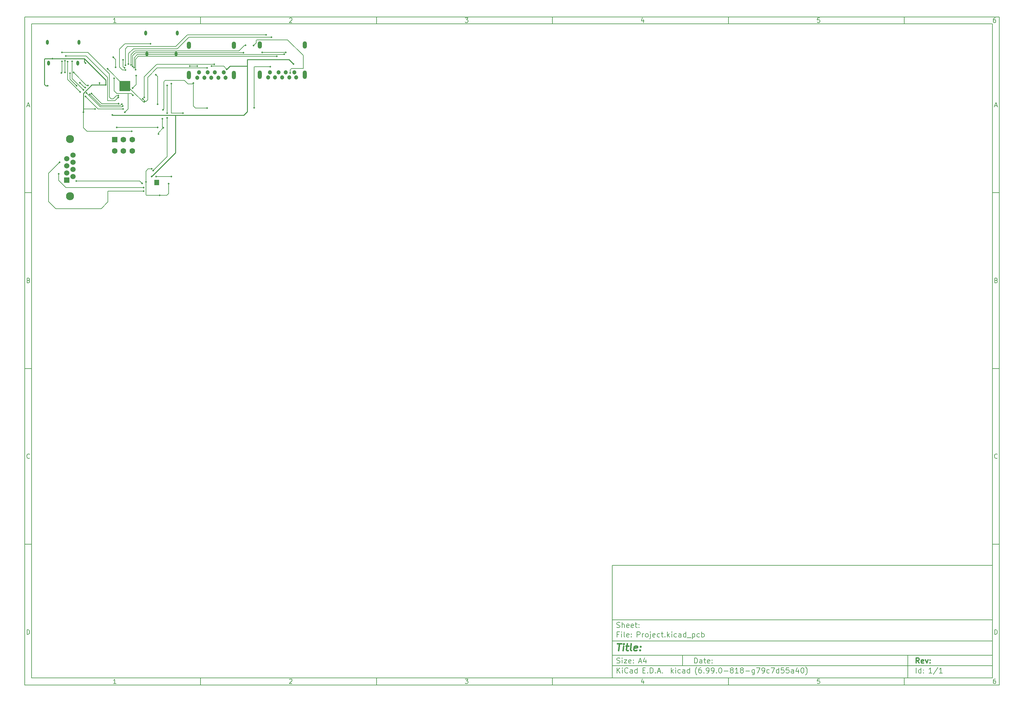
<source format=gbl>
%TF.GenerationSoftware,KiCad,Pcbnew,(6.99.0-818-g79c7d55a40)*%
%TF.CreationDate,2022-02-14T22:27:46+08:00*%
%TF.ProjectId,Project,50726f6a-6563-4742-9e6b-696361645f70,rev?*%
%TF.SameCoordinates,Original*%
%TF.FileFunction,Copper,L2,Bot*%
%TF.FilePolarity,Positive*%
%FSLAX46Y46*%
G04 Gerber Fmt 4.6, Leading zero omitted, Abs format (unit mm)*
G04 Created by KiCad (PCBNEW (6.99.0-818-g79c7d55a40)) date 2022-02-14 22:27:46*
%MOMM*%
%LPD*%
G01*
G04 APERTURE LIST*
%ADD10C,0.100000*%
%ADD11C,0.150000*%
%ADD12C,0.300000*%
%ADD13C,0.400000*%
%TA.AperFunction,ComponentPad*%
%ADD14O,0.800000X1.400000*%
%TD*%
%TA.AperFunction,ComponentPad*%
%ADD15C,0.500000*%
%TD*%
%TA.AperFunction,SMDPad,CuDef*%
%ADD16R,3.025000X2.975000*%
%TD*%
%TA.AperFunction,SMDPad,CuDef*%
%ADD17R,1.375000X1.525000*%
%TD*%
%TA.AperFunction,ComponentPad*%
%ADD18R,1.600000X1.600000*%
%TD*%
%TA.AperFunction,ComponentPad*%
%ADD19C,1.600000*%
%TD*%
%TA.AperFunction,ComponentPad*%
%ADD20C,1.200000*%
%TD*%
%TA.AperFunction,ComponentPad*%
%ADD21O,1.200000X2.400000*%
%TD*%
%TA.AperFunction,ComponentPad*%
%ADD22O,1.200000X2.100000*%
%TD*%
%TA.AperFunction,ComponentPad*%
%ADD23R,1.500000X1.500000*%
%TD*%
%TA.AperFunction,ComponentPad*%
%ADD24C,1.500000*%
%TD*%
%TA.AperFunction,ComponentPad*%
%ADD25C,2.300000*%
%TD*%
%TA.AperFunction,ViaPad*%
%ADD26C,0.500000*%
%TD*%
%TA.AperFunction,Conductor*%
%ADD27C,0.200000*%
%TD*%
%TA.AperFunction,Conductor*%
%ADD28C,0.250000*%
%TD*%
G04 APERTURE END LIST*
D10*
D11*
X177002200Y-166007200D02*
X177002200Y-198007200D01*
X285002200Y-198007200D01*
X285002200Y-166007200D01*
X177002200Y-166007200D01*
D10*
D11*
X10000000Y-10000000D02*
X10000000Y-200007200D01*
X287002200Y-200007200D01*
X287002200Y-10000000D01*
X10000000Y-10000000D01*
D10*
D11*
X12000000Y-12000000D02*
X12000000Y-198007200D01*
X285002200Y-198007200D01*
X285002200Y-12000000D01*
X12000000Y-12000000D01*
D10*
D11*
X60000000Y-12000000D02*
X60000000Y-10000000D01*
D10*
D11*
X110000000Y-12000000D02*
X110000000Y-10000000D01*
D10*
D11*
X160000000Y-12000000D02*
X160000000Y-10000000D01*
D10*
D11*
X210000000Y-12000000D02*
X210000000Y-10000000D01*
D10*
D11*
X260000000Y-12000000D02*
X260000000Y-10000000D01*
D10*
D11*
X35990476Y-11588095D02*
X35247619Y-11588095D01*
X35619047Y-11588095D02*
X35619047Y-10288095D01*
X35619047Y-10288095D02*
X35495238Y-10473809D01*
X35495238Y-10473809D02*
X35371428Y-10597619D01*
X35371428Y-10597619D02*
X35247619Y-10659523D01*
D10*
D11*
X85247619Y-10411904D02*
X85309523Y-10350000D01*
X85309523Y-10350000D02*
X85433333Y-10288095D01*
X85433333Y-10288095D02*
X85742857Y-10288095D01*
X85742857Y-10288095D02*
X85866666Y-10350000D01*
X85866666Y-10350000D02*
X85928571Y-10411904D01*
X85928571Y-10411904D02*
X85990476Y-10535714D01*
X85990476Y-10535714D02*
X85990476Y-10659523D01*
X85990476Y-10659523D02*
X85928571Y-10845238D01*
X85928571Y-10845238D02*
X85185714Y-11588095D01*
X85185714Y-11588095D02*
X85990476Y-11588095D01*
D10*
D11*
X135185714Y-10288095D02*
X135990476Y-10288095D01*
X135990476Y-10288095D02*
X135557142Y-10783333D01*
X135557142Y-10783333D02*
X135742857Y-10783333D01*
X135742857Y-10783333D02*
X135866666Y-10845238D01*
X135866666Y-10845238D02*
X135928571Y-10907142D01*
X135928571Y-10907142D02*
X135990476Y-11030952D01*
X135990476Y-11030952D02*
X135990476Y-11340476D01*
X135990476Y-11340476D02*
X135928571Y-11464285D01*
X135928571Y-11464285D02*
X135866666Y-11526190D01*
X135866666Y-11526190D02*
X135742857Y-11588095D01*
X135742857Y-11588095D02*
X135371428Y-11588095D01*
X135371428Y-11588095D02*
X135247619Y-11526190D01*
X135247619Y-11526190D02*
X135185714Y-11464285D01*
D10*
D11*
X185866666Y-10721428D02*
X185866666Y-11588095D01*
X185557142Y-10226190D02*
X185247619Y-11154761D01*
X185247619Y-11154761D02*
X186052380Y-11154761D01*
D10*
D11*
X235928571Y-10288095D02*
X235309523Y-10288095D01*
X235309523Y-10288095D02*
X235247619Y-10907142D01*
X235247619Y-10907142D02*
X235309523Y-10845238D01*
X235309523Y-10845238D02*
X235433333Y-10783333D01*
X235433333Y-10783333D02*
X235742857Y-10783333D01*
X235742857Y-10783333D02*
X235866666Y-10845238D01*
X235866666Y-10845238D02*
X235928571Y-10907142D01*
X235928571Y-10907142D02*
X235990476Y-11030952D01*
X235990476Y-11030952D02*
X235990476Y-11340476D01*
X235990476Y-11340476D02*
X235928571Y-11464285D01*
X235928571Y-11464285D02*
X235866666Y-11526190D01*
X235866666Y-11526190D02*
X235742857Y-11588095D01*
X235742857Y-11588095D02*
X235433333Y-11588095D01*
X235433333Y-11588095D02*
X235309523Y-11526190D01*
X235309523Y-11526190D02*
X235247619Y-11464285D01*
D10*
D11*
X285866666Y-10288095D02*
X285619047Y-10288095D01*
X285619047Y-10288095D02*
X285495238Y-10350000D01*
X285495238Y-10350000D02*
X285433333Y-10411904D01*
X285433333Y-10411904D02*
X285309523Y-10597619D01*
X285309523Y-10597619D02*
X285247619Y-10845238D01*
X285247619Y-10845238D02*
X285247619Y-11340476D01*
X285247619Y-11340476D02*
X285309523Y-11464285D01*
X285309523Y-11464285D02*
X285371428Y-11526190D01*
X285371428Y-11526190D02*
X285495238Y-11588095D01*
X285495238Y-11588095D02*
X285742857Y-11588095D01*
X285742857Y-11588095D02*
X285866666Y-11526190D01*
X285866666Y-11526190D02*
X285928571Y-11464285D01*
X285928571Y-11464285D02*
X285990476Y-11340476D01*
X285990476Y-11340476D02*
X285990476Y-11030952D01*
X285990476Y-11030952D02*
X285928571Y-10907142D01*
X285928571Y-10907142D02*
X285866666Y-10845238D01*
X285866666Y-10845238D02*
X285742857Y-10783333D01*
X285742857Y-10783333D02*
X285495238Y-10783333D01*
X285495238Y-10783333D02*
X285371428Y-10845238D01*
X285371428Y-10845238D02*
X285309523Y-10907142D01*
X285309523Y-10907142D02*
X285247619Y-11030952D01*
D10*
D11*
X60000000Y-198007200D02*
X60000000Y-200007200D01*
D10*
D11*
X110000000Y-198007200D02*
X110000000Y-200007200D01*
D10*
D11*
X160000000Y-198007200D02*
X160000000Y-200007200D01*
D10*
D11*
X210000000Y-198007200D02*
X210000000Y-200007200D01*
D10*
D11*
X260000000Y-198007200D02*
X260000000Y-200007200D01*
D10*
D11*
X35990476Y-199595295D02*
X35247619Y-199595295D01*
X35619047Y-199595295D02*
X35619047Y-198295295D01*
X35619047Y-198295295D02*
X35495238Y-198481009D01*
X35495238Y-198481009D02*
X35371428Y-198604819D01*
X35371428Y-198604819D02*
X35247619Y-198666723D01*
D10*
D11*
X85247619Y-198419104D02*
X85309523Y-198357200D01*
X85309523Y-198357200D02*
X85433333Y-198295295D01*
X85433333Y-198295295D02*
X85742857Y-198295295D01*
X85742857Y-198295295D02*
X85866666Y-198357200D01*
X85866666Y-198357200D02*
X85928571Y-198419104D01*
X85928571Y-198419104D02*
X85990476Y-198542914D01*
X85990476Y-198542914D02*
X85990476Y-198666723D01*
X85990476Y-198666723D02*
X85928571Y-198852438D01*
X85928571Y-198852438D02*
X85185714Y-199595295D01*
X85185714Y-199595295D02*
X85990476Y-199595295D01*
D10*
D11*
X135185714Y-198295295D02*
X135990476Y-198295295D01*
X135990476Y-198295295D02*
X135557142Y-198790533D01*
X135557142Y-198790533D02*
X135742857Y-198790533D01*
X135742857Y-198790533D02*
X135866666Y-198852438D01*
X135866666Y-198852438D02*
X135928571Y-198914342D01*
X135928571Y-198914342D02*
X135990476Y-199038152D01*
X135990476Y-199038152D02*
X135990476Y-199347676D01*
X135990476Y-199347676D02*
X135928571Y-199471485D01*
X135928571Y-199471485D02*
X135866666Y-199533390D01*
X135866666Y-199533390D02*
X135742857Y-199595295D01*
X135742857Y-199595295D02*
X135371428Y-199595295D01*
X135371428Y-199595295D02*
X135247619Y-199533390D01*
X135247619Y-199533390D02*
X135185714Y-199471485D01*
D10*
D11*
X185866666Y-198728628D02*
X185866666Y-199595295D01*
X185557142Y-198233390D02*
X185247619Y-199161961D01*
X185247619Y-199161961D02*
X186052380Y-199161961D01*
D10*
D11*
X235928571Y-198295295D02*
X235309523Y-198295295D01*
X235309523Y-198295295D02*
X235247619Y-198914342D01*
X235247619Y-198914342D02*
X235309523Y-198852438D01*
X235309523Y-198852438D02*
X235433333Y-198790533D01*
X235433333Y-198790533D02*
X235742857Y-198790533D01*
X235742857Y-198790533D02*
X235866666Y-198852438D01*
X235866666Y-198852438D02*
X235928571Y-198914342D01*
X235928571Y-198914342D02*
X235990476Y-199038152D01*
X235990476Y-199038152D02*
X235990476Y-199347676D01*
X235990476Y-199347676D02*
X235928571Y-199471485D01*
X235928571Y-199471485D02*
X235866666Y-199533390D01*
X235866666Y-199533390D02*
X235742857Y-199595295D01*
X235742857Y-199595295D02*
X235433333Y-199595295D01*
X235433333Y-199595295D02*
X235309523Y-199533390D01*
X235309523Y-199533390D02*
X235247619Y-199471485D01*
D10*
D11*
X285866666Y-198295295D02*
X285619047Y-198295295D01*
X285619047Y-198295295D02*
X285495238Y-198357200D01*
X285495238Y-198357200D02*
X285433333Y-198419104D01*
X285433333Y-198419104D02*
X285309523Y-198604819D01*
X285309523Y-198604819D02*
X285247619Y-198852438D01*
X285247619Y-198852438D02*
X285247619Y-199347676D01*
X285247619Y-199347676D02*
X285309523Y-199471485D01*
X285309523Y-199471485D02*
X285371428Y-199533390D01*
X285371428Y-199533390D02*
X285495238Y-199595295D01*
X285495238Y-199595295D02*
X285742857Y-199595295D01*
X285742857Y-199595295D02*
X285866666Y-199533390D01*
X285866666Y-199533390D02*
X285928571Y-199471485D01*
X285928571Y-199471485D02*
X285990476Y-199347676D01*
X285990476Y-199347676D02*
X285990476Y-199038152D01*
X285990476Y-199038152D02*
X285928571Y-198914342D01*
X285928571Y-198914342D02*
X285866666Y-198852438D01*
X285866666Y-198852438D02*
X285742857Y-198790533D01*
X285742857Y-198790533D02*
X285495238Y-198790533D01*
X285495238Y-198790533D02*
X285371428Y-198852438D01*
X285371428Y-198852438D02*
X285309523Y-198914342D01*
X285309523Y-198914342D02*
X285247619Y-199038152D01*
D10*
D11*
X10000000Y-60000000D02*
X12000000Y-60000000D01*
D10*
D11*
X10000000Y-110000000D02*
X12000000Y-110000000D01*
D10*
D11*
X10000000Y-160000000D02*
X12000000Y-160000000D01*
D10*
D11*
X10690476Y-35216666D02*
X11309523Y-35216666D01*
X10566666Y-35588095D02*
X10999999Y-34288095D01*
X10999999Y-34288095D02*
X11433333Y-35588095D01*
D10*
D11*
X11092857Y-84907142D02*
X11278571Y-84969047D01*
X11278571Y-84969047D02*
X11340476Y-85030952D01*
X11340476Y-85030952D02*
X11402380Y-85154761D01*
X11402380Y-85154761D02*
X11402380Y-85340476D01*
X11402380Y-85340476D02*
X11340476Y-85464285D01*
X11340476Y-85464285D02*
X11278571Y-85526190D01*
X11278571Y-85526190D02*
X11154761Y-85588095D01*
X11154761Y-85588095D02*
X10659523Y-85588095D01*
X10659523Y-85588095D02*
X10659523Y-84288095D01*
X10659523Y-84288095D02*
X11092857Y-84288095D01*
X11092857Y-84288095D02*
X11216666Y-84350000D01*
X11216666Y-84350000D02*
X11278571Y-84411904D01*
X11278571Y-84411904D02*
X11340476Y-84535714D01*
X11340476Y-84535714D02*
X11340476Y-84659523D01*
X11340476Y-84659523D02*
X11278571Y-84783333D01*
X11278571Y-84783333D02*
X11216666Y-84845238D01*
X11216666Y-84845238D02*
X11092857Y-84907142D01*
X11092857Y-84907142D02*
X10659523Y-84907142D01*
D10*
D11*
X11402380Y-135464285D02*
X11340476Y-135526190D01*
X11340476Y-135526190D02*
X11154761Y-135588095D01*
X11154761Y-135588095D02*
X11030952Y-135588095D01*
X11030952Y-135588095D02*
X10845238Y-135526190D01*
X10845238Y-135526190D02*
X10721428Y-135402380D01*
X10721428Y-135402380D02*
X10659523Y-135278571D01*
X10659523Y-135278571D02*
X10597619Y-135030952D01*
X10597619Y-135030952D02*
X10597619Y-134845238D01*
X10597619Y-134845238D02*
X10659523Y-134597619D01*
X10659523Y-134597619D02*
X10721428Y-134473809D01*
X10721428Y-134473809D02*
X10845238Y-134350000D01*
X10845238Y-134350000D02*
X11030952Y-134288095D01*
X11030952Y-134288095D02*
X11154761Y-134288095D01*
X11154761Y-134288095D02*
X11340476Y-134350000D01*
X11340476Y-134350000D02*
X11402380Y-134411904D01*
D10*
D11*
X10659523Y-185588095D02*
X10659523Y-184288095D01*
X10659523Y-184288095D02*
X10969047Y-184288095D01*
X10969047Y-184288095D02*
X11154761Y-184350000D01*
X11154761Y-184350000D02*
X11278571Y-184473809D01*
X11278571Y-184473809D02*
X11340476Y-184597619D01*
X11340476Y-184597619D02*
X11402380Y-184845238D01*
X11402380Y-184845238D02*
X11402380Y-185030952D01*
X11402380Y-185030952D02*
X11340476Y-185278571D01*
X11340476Y-185278571D02*
X11278571Y-185402380D01*
X11278571Y-185402380D02*
X11154761Y-185526190D01*
X11154761Y-185526190D02*
X10969047Y-185588095D01*
X10969047Y-185588095D02*
X10659523Y-185588095D01*
D10*
D11*
X287002200Y-60000000D02*
X285002200Y-60000000D01*
D10*
D11*
X287002200Y-110000000D02*
X285002200Y-110000000D01*
D10*
D11*
X287002200Y-160000000D02*
X285002200Y-160000000D01*
D10*
D11*
X285692676Y-35216666D02*
X286311723Y-35216666D01*
X285568866Y-35588095D02*
X286002199Y-34288095D01*
X286002199Y-34288095D02*
X286435533Y-35588095D01*
D10*
D11*
X286095057Y-84907142D02*
X286280771Y-84969047D01*
X286280771Y-84969047D02*
X286342676Y-85030952D01*
X286342676Y-85030952D02*
X286404580Y-85154761D01*
X286404580Y-85154761D02*
X286404580Y-85340476D01*
X286404580Y-85340476D02*
X286342676Y-85464285D01*
X286342676Y-85464285D02*
X286280771Y-85526190D01*
X286280771Y-85526190D02*
X286156961Y-85588095D01*
X286156961Y-85588095D02*
X285661723Y-85588095D01*
X285661723Y-85588095D02*
X285661723Y-84288095D01*
X285661723Y-84288095D02*
X286095057Y-84288095D01*
X286095057Y-84288095D02*
X286218866Y-84350000D01*
X286218866Y-84350000D02*
X286280771Y-84411904D01*
X286280771Y-84411904D02*
X286342676Y-84535714D01*
X286342676Y-84535714D02*
X286342676Y-84659523D01*
X286342676Y-84659523D02*
X286280771Y-84783333D01*
X286280771Y-84783333D02*
X286218866Y-84845238D01*
X286218866Y-84845238D02*
X286095057Y-84907142D01*
X286095057Y-84907142D02*
X285661723Y-84907142D01*
D10*
D11*
X286404580Y-135464285D02*
X286342676Y-135526190D01*
X286342676Y-135526190D02*
X286156961Y-135588095D01*
X286156961Y-135588095D02*
X286033152Y-135588095D01*
X286033152Y-135588095D02*
X285847438Y-135526190D01*
X285847438Y-135526190D02*
X285723628Y-135402380D01*
X285723628Y-135402380D02*
X285661723Y-135278571D01*
X285661723Y-135278571D02*
X285599819Y-135030952D01*
X285599819Y-135030952D02*
X285599819Y-134845238D01*
X285599819Y-134845238D02*
X285661723Y-134597619D01*
X285661723Y-134597619D02*
X285723628Y-134473809D01*
X285723628Y-134473809D02*
X285847438Y-134350000D01*
X285847438Y-134350000D02*
X286033152Y-134288095D01*
X286033152Y-134288095D02*
X286156961Y-134288095D01*
X286156961Y-134288095D02*
X286342676Y-134350000D01*
X286342676Y-134350000D02*
X286404580Y-134411904D01*
D10*
D11*
X285661723Y-185588095D02*
X285661723Y-184288095D01*
X285661723Y-184288095D02*
X285971247Y-184288095D01*
X285971247Y-184288095D02*
X286156961Y-184350000D01*
X286156961Y-184350000D02*
X286280771Y-184473809D01*
X286280771Y-184473809D02*
X286342676Y-184597619D01*
X286342676Y-184597619D02*
X286404580Y-184845238D01*
X286404580Y-184845238D02*
X286404580Y-185030952D01*
X286404580Y-185030952D02*
X286342676Y-185278571D01*
X286342676Y-185278571D02*
X286280771Y-185402380D01*
X286280771Y-185402380D02*
X286156961Y-185526190D01*
X286156961Y-185526190D02*
X285971247Y-185588095D01*
X285971247Y-185588095D02*
X285661723Y-185588095D01*
D10*
D11*
X200359342Y-193785771D02*
X200359342Y-192285771D01*
X200359342Y-192285771D02*
X200716485Y-192285771D01*
X200716485Y-192285771D02*
X200930771Y-192357200D01*
X200930771Y-192357200D02*
X201073628Y-192500057D01*
X201073628Y-192500057D02*
X201145057Y-192642914D01*
X201145057Y-192642914D02*
X201216485Y-192928628D01*
X201216485Y-192928628D02*
X201216485Y-193142914D01*
X201216485Y-193142914D02*
X201145057Y-193428628D01*
X201145057Y-193428628D02*
X201073628Y-193571485D01*
X201073628Y-193571485D02*
X200930771Y-193714342D01*
X200930771Y-193714342D02*
X200716485Y-193785771D01*
X200716485Y-193785771D02*
X200359342Y-193785771D01*
X202502200Y-193785771D02*
X202502200Y-193000057D01*
X202502200Y-193000057D02*
X202430771Y-192857200D01*
X202430771Y-192857200D02*
X202287914Y-192785771D01*
X202287914Y-192785771D02*
X202002200Y-192785771D01*
X202002200Y-192785771D02*
X201859342Y-192857200D01*
X202502200Y-193714342D02*
X202359342Y-193785771D01*
X202359342Y-193785771D02*
X202002200Y-193785771D01*
X202002200Y-193785771D02*
X201859342Y-193714342D01*
X201859342Y-193714342D02*
X201787914Y-193571485D01*
X201787914Y-193571485D02*
X201787914Y-193428628D01*
X201787914Y-193428628D02*
X201859342Y-193285771D01*
X201859342Y-193285771D02*
X202002200Y-193214342D01*
X202002200Y-193214342D02*
X202359342Y-193214342D01*
X202359342Y-193214342D02*
X202502200Y-193142914D01*
X203002200Y-192785771D02*
X203573628Y-192785771D01*
X203216485Y-192285771D02*
X203216485Y-193571485D01*
X203216485Y-193571485D02*
X203287914Y-193714342D01*
X203287914Y-193714342D02*
X203430771Y-193785771D01*
X203430771Y-193785771D02*
X203573628Y-193785771D01*
X204645057Y-193714342D02*
X204502200Y-193785771D01*
X204502200Y-193785771D02*
X204216486Y-193785771D01*
X204216486Y-193785771D02*
X204073628Y-193714342D01*
X204073628Y-193714342D02*
X204002200Y-193571485D01*
X204002200Y-193571485D02*
X204002200Y-193000057D01*
X204002200Y-193000057D02*
X204073628Y-192857200D01*
X204073628Y-192857200D02*
X204216486Y-192785771D01*
X204216486Y-192785771D02*
X204502200Y-192785771D01*
X204502200Y-192785771D02*
X204645057Y-192857200D01*
X204645057Y-192857200D02*
X204716486Y-193000057D01*
X204716486Y-193000057D02*
X204716486Y-193142914D01*
X204716486Y-193142914D02*
X204002200Y-193285771D01*
X205359342Y-193642914D02*
X205430771Y-193714342D01*
X205430771Y-193714342D02*
X205359342Y-193785771D01*
X205359342Y-193785771D02*
X205287914Y-193714342D01*
X205287914Y-193714342D02*
X205359342Y-193642914D01*
X205359342Y-193642914D02*
X205359342Y-193785771D01*
X205359342Y-192857200D02*
X205430771Y-192928628D01*
X205430771Y-192928628D02*
X205359342Y-193000057D01*
X205359342Y-193000057D02*
X205287914Y-192928628D01*
X205287914Y-192928628D02*
X205359342Y-192857200D01*
X205359342Y-192857200D02*
X205359342Y-193000057D01*
D10*
D11*
X177002200Y-194507200D02*
X285002200Y-194507200D01*
D10*
D11*
X178359342Y-196585771D02*
X178359342Y-195085771D01*
X179216485Y-196585771D02*
X178573628Y-195728628D01*
X179216485Y-195085771D02*
X178359342Y-195942914D01*
X179859342Y-196585771D02*
X179859342Y-195585771D01*
X179859342Y-195085771D02*
X179787914Y-195157200D01*
X179787914Y-195157200D02*
X179859342Y-195228628D01*
X179859342Y-195228628D02*
X179930771Y-195157200D01*
X179930771Y-195157200D02*
X179859342Y-195085771D01*
X179859342Y-195085771D02*
X179859342Y-195228628D01*
X181430771Y-196442914D02*
X181359343Y-196514342D01*
X181359343Y-196514342D02*
X181145057Y-196585771D01*
X181145057Y-196585771D02*
X181002200Y-196585771D01*
X181002200Y-196585771D02*
X180787914Y-196514342D01*
X180787914Y-196514342D02*
X180645057Y-196371485D01*
X180645057Y-196371485D02*
X180573628Y-196228628D01*
X180573628Y-196228628D02*
X180502200Y-195942914D01*
X180502200Y-195942914D02*
X180502200Y-195728628D01*
X180502200Y-195728628D02*
X180573628Y-195442914D01*
X180573628Y-195442914D02*
X180645057Y-195300057D01*
X180645057Y-195300057D02*
X180787914Y-195157200D01*
X180787914Y-195157200D02*
X181002200Y-195085771D01*
X181002200Y-195085771D02*
X181145057Y-195085771D01*
X181145057Y-195085771D02*
X181359343Y-195157200D01*
X181359343Y-195157200D02*
X181430771Y-195228628D01*
X182716486Y-196585771D02*
X182716486Y-195800057D01*
X182716486Y-195800057D02*
X182645057Y-195657200D01*
X182645057Y-195657200D02*
X182502200Y-195585771D01*
X182502200Y-195585771D02*
X182216486Y-195585771D01*
X182216486Y-195585771D02*
X182073628Y-195657200D01*
X182716486Y-196514342D02*
X182573628Y-196585771D01*
X182573628Y-196585771D02*
X182216486Y-196585771D01*
X182216486Y-196585771D02*
X182073628Y-196514342D01*
X182073628Y-196514342D02*
X182002200Y-196371485D01*
X182002200Y-196371485D02*
X182002200Y-196228628D01*
X182002200Y-196228628D02*
X182073628Y-196085771D01*
X182073628Y-196085771D02*
X182216486Y-196014342D01*
X182216486Y-196014342D02*
X182573628Y-196014342D01*
X182573628Y-196014342D02*
X182716486Y-195942914D01*
X184073629Y-196585771D02*
X184073629Y-195085771D01*
X184073629Y-196514342D02*
X183930771Y-196585771D01*
X183930771Y-196585771D02*
X183645057Y-196585771D01*
X183645057Y-196585771D02*
X183502200Y-196514342D01*
X183502200Y-196514342D02*
X183430771Y-196442914D01*
X183430771Y-196442914D02*
X183359343Y-196300057D01*
X183359343Y-196300057D02*
X183359343Y-195871485D01*
X183359343Y-195871485D02*
X183430771Y-195728628D01*
X183430771Y-195728628D02*
X183502200Y-195657200D01*
X183502200Y-195657200D02*
X183645057Y-195585771D01*
X183645057Y-195585771D02*
X183930771Y-195585771D01*
X183930771Y-195585771D02*
X184073629Y-195657200D01*
X185687914Y-195800057D02*
X186187914Y-195800057D01*
X186402200Y-196585771D02*
X185687914Y-196585771D01*
X185687914Y-196585771D02*
X185687914Y-195085771D01*
X185687914Y-195085771D02*
X186402200Y-195085771D01*
X187045057Y-196442914D02*
X187116486Y-196514342D01*
X187116486Y-196514342D02*
X187045057Y-196585771D01*
X187045057Y-196585771D02*
X186973629Y-196514342D01*
X186973629Y-196514342D02*
X187045057Y-196442914D01*
X187045057Y-196442914D02*
X187045057Y-196585771D01*
X187759343Y-196585771D02*
X187759343Y-195085771D01*
X187759343Y-195085771D02*
X188116486Y-195085771D01*
X188116486Y-195085771D02*
X188330772Y-195157200D01*
X188330772Y-195157200D02*
X188473629Y-195300057D01*
X188473629Y-195300057D02*
X188545058Y-195442914D01*
X188545058Y-195442914D02*
X188616486Y-195728628D01*
X188616486Y-195728628D02*
X188616486Y-195942914D01*
X188616486Y-195942914D02*
X188545058Y-196228628D01*
X188545058Y-196228628D02*
X188473629Y-196371485D01*
X188473629Y-196371485D02*
X188330772Y-196514342D01*
X188330772Y-196514342D02*
X188116486Y-196585771D01*
X188116486Y-196585771D02*
X187759343Y-196585771D01*
X189259343Y-196442914D02*
X189330772Y-196514342D01*
X189330772Y-196514342D02*
X189259343Y-196585771D01*
X189259343Y-196585771D02*
X189187915Y-196514342D01*
X189187915Y-196514342D02*
X189259343Y-196442914D01*
X189259343Y-196442914D02*
X189259343Y-196585771D01*
X189902201Y-196157200D02*
X190616487Y-196157200D01*
X189759344Y-196585771D02*
X190259344Y-195085771D01*
X190259344Y-195085771D02*
X190759344Y-196585771D01*
X191259343Y-196442914D02*
X191330772Y-196514342D01*
X191330772Y-196514342D02*
X191259343Y-196585771D01*
X191259343Y-196585771D02*
X191187915Y-196514342D01*
X191187915Y-196514342D02*
X191259343Y-196442914D01*
X191259343Y-196442914D02*
X191259343Y-196585771D01*
X193773629Y-196585771D02*
X193773629Y-195085771D01*
X193916487Y-196014342D02*
X194345058Y-196585771D01*
X194345058Y-195585771D02*
X193773629Y-196157200D01*
X194987915Y-196585771D02*
X194987915Y-195585771D01*
X194987915Y-195085771D02*
X194916487Y-195157200D01*
X194916487Y-195157200D02*
X194987915Y-195228628D01*
X194987915Y-195228628D02*
X195059344Y-195157200D01*
X195059344Y-195157200D02*
X194987915Y-195085771D01*
X194987915Y-195085771D02*
X194987915Y-195228628D01*
X196345059Y-196514342D02*
X196202201Y-196585771D01*
X196202201Y-196585771D02*
X195916487Y-196585771D01*
X195916487Y-196585771D02*
X195773630Y-196514342D01*
X195773630Y-196514342D02*
X195702201Y-196442914D01*
X195702201Y-196442914D02*
X195630773Y-196300057D01*
X195630773Y-196300057D02*
X195630773Y-195871485D01*
X195630773Y-195871485D02*
X195702201Y-195728628D01*
X195702201Y-195728628D02*
X195773630Y-195657200D01*
X195773630Y-195657200D02*
X195916487Y-195585771D01*
X195916487Y-195585771D02*
X196202201Y-195585771D01*
X196202201Y-195585771D02*
X196345059Y-195657200D01*
X197630773Y-196585771D02*
X197630773Y-195800057D01*
X197630773Y-195800057D02*
X197559344Y-195657200D01*
X197559344Y-195657200D02*
X197416487Y-195585771D01*
X197416487Y-195585771D02*
X197130773Y-195585771D01*
X197130773Y-195585771D02*
X196987915Y-195657200D01*
X197630773Y-196514342D02*
X197487915Y-196585771D01*
X197487915Y-196585771D02*
X197130773Y-196585771D01*
X197130773Y-196585771D02*
X196987915Y-196514342D01*
X196987915Y-196514342D02*
X196916487Y-196371485D01*
X196916487Y-196371485D02*
X196916487Y-196228628D01*
X196916487Y-196228628D02*
X196987915Y-196085771D01*
X196987915Y-196085771D02*
X197130773Y-196014342D01*
X197130773Y-196014342D02*
X197487915Y-196014342D01*
X197487915Y-196014342D02*
X197630773Y-195942914D01*
X198987916Y-196585771D02*
X198987916Y-195085771D01*
X198987916Y-196514342D02*
X198845058Y-196585771D01*
X198845058Y-196585771D02*
X198559344Y-196585771D01*
X198559344Y-196585771D02*
X198416487Y-196514342D01*
X198416487Y-196514342D02*
X198345058Y-196442914D01*
X198345058Y-196442914D02*
X198273630Y-196300057D01*
X198273630Y-196300057D02*
X198273630Y-195871485D01*
X198273630Y-195871485D02*
X198345058Y-195728628D01*
X198345058Y-195728628D02*
X198416487Y-195657200D01*
X198416487Y-195657200D02*
X198559344Y-195585771D01*
X198559344Y-195585771D02*
X198845058Y-195585771D01*
X198845058Y-195585771D02*
X198987916Y-195657200D01*
X201030773Y-197157200D02*
X200959344Y-197085771D01*
X200959344Y-197085771D02*
X200816487Y-196871485D01*
X200816487Y-196871485D02*
X200745059Y-196728628D01*
X200745059Y-196728628D02*
X200673630Y-196514342D01*
X200673630Y-196514342D02*
X200602201Y-196157200D01*
X200602201Y-196157200D02*
X200602201Y-195871485D01*
X200602201Y-195871485D02*
X200673630Y-195514342D01*
X200673630Y-195514342D02*
X200745059Y-195300057D01*
X200745059Y-195300057D02*
X200816487Y-195157200D01*
X200816487Y-195157200D02*
X200959344Y-194942914D01*
X200959344Y-194942914D02*
X201030773Y-194871485D01*
X202245059Y-195085771D02*
X201959344Y-195085771D01*
X201959344Y-195085771D02*
X201816487Y-195157200D01*
X201816487Y-195157200D02*
X201745059Y-195228628D01*
X201745059Y-195228628D02*
X201602201Y-195442914D01*
X201602201Y-195442914D02*
X201530773Y-195728628D01*
X201530773Y-195728628D02*
X201530773Y-196300057D01*
X201530773Y-196300057D02*
X201602201Y-196442914D01*
X201602201Y-196442914D02*
X201673630Y-196514342D01*
X201673630Y-196514342D02*
X201816487Y-196585771D01*
X201816487Y-196585771D02*
X202102201Y-196585771D01*
X202102201Y-196585771D02*
X202245059Y-196514342D01*
X202245059Y-196514342D02*
X202316487Y-196442914D01*
X202316487Y-196442914D02*
X202387916Y-196300057D01*
X202387916Y-196300057D02*
X202387916Y-195942914D01*
X202387916Y-195942914D02*
X202316487Y-195800057D01*
X202316487Y-195800057D02*
X202245059Y-195728628D01*
X202245059Y-195728628D02*
X202102201Y-195657200D01*
X202102201Y-195657200D02*
X201816487Y-195657200D01*
X201816487Y-195657200D02*
X201673630Y-195728628D01*
X201673630Y-195728628D02*
X201602201Y-195800057D01*
X201602201Y-195800057D02*
X201530773Y-195942914D01*
X203030772Y-196442914D02*
X203102201Y-196514342D01*
X203102201Y-196514342D02*
X203030772Y-196585771D01*
X203030772Y-196585771D02*
X202959344Y-196514342D01*
X202959344Y-196514342D02*
X203030772Y-196442914D01*
X203030772Y-196442914D02*
X203030772Y-196585771D01*
X203816487Y-196585771D02*
X204102201Y-196585771D01*
X204102201Y-196585771D02*
X204245058Y-196514342D01*
X204245058Y-196514342D02*
X204316487Y-196442914D01*
X204316487Y-196442914D02*
X204459344Y-196228628D01*
X204459344Y-196228628D02*
X204530773Y-195942914D01*
X204530773Y-195942914D02*
X204530773Y-195371485D01*
X204530773Y-195371485D02*
X204459344Y-195228628D01*
X204459344Y-195228628D02*
X204387916Y-195157200D01*
X204387916Y-195157200D02*
X204245058Y-195085771D01*
X204245058Y-195085771D02*
X203959344Y-195085771D01*
X203959344Y-195085771D02*
X203816487Y-195157200D01*
X203816487Y-195157200D02*
X203745058Y-195228628D01*
X203745058Y-195228628D02*
X203673630Y-195371485D01*
X203673630Y-195371485D02*
X203673630Y-195728628D01*
X203673630Y-195728628D02*
X203745058Y-195871485D01*
X203745058Y-195871485D02*
X203816487Y-195942914D01*
X203816487Y-195942914D02*
X203959344Y-196014342D01*
X203959344Y-196014342D02*
X204245058Y-196014342D01*
X204245058Y-196014342D02*
X204387916Y-195942914D01*
X204387916Y-195942914D02*
X204459344Y-195871485D01*
X204459344Y-195871485D02*
X204530773Y-195728628D01*
X205245058Y-196585771D02*
X205530772Y-196585771D01*
X205530772Y-196585771D02*
X205673629Y-196514342D01*
X205673629Y-196514342D02*
X205745058Y-196442914D01*
X205745058Y-196442914D02*
X205887915Y-196228628D01*
X205887915Y-196228628D02*
X205959344Y-195942914D01*
X205959344Y-195942914D02*
X205959344Y-195371485D01*
X205959344Y-195371485D02*
X205887915Y-195228628D01*
X205887915Y-195228628D02*
X205816487Y-195157200D01*
X205816487Y-195157200D02*
X205673629Y-195085771D01*
X205673629Y-195085771D02*
X205387915Y-195085771D01*
X205387915Y-195085771D02*
X205245058Y-195157200D01*
X205245058Y-195157200D02*
X205173629Y-195228628D01*
X205173629Y-195228628D02*
X205102201Y-195371485D01*
X205102201Y-195371485D02*
X205102201Y-195728628D01*
X205102201Y-195728628D02*
X205173629Y-195871485D01*
X205173629Y-195871485D02*
X205245058Y-195942914D01*
X205245058Y-195942914D02*
X205387915Y-196014342D01*
X205387915Y-196014342D02*
X205673629Y-196014342D01*
X205673629Y-196014342D02*
X205816487Y-195942914D01*
X205816487Y-195942914D02*
X205887915Y-195871485D01*
X205887915Y-195871485D02*
X205959344Y-195728628D01*
X206602200Y-196442914D02*
X206673629Y-196514342D01*
X206673629Y-196514342D02*
X206602200Y-196585771D01*
X206602200Y-196585771D02*
X206530772Y-196514342D01*
X206530772Y-196514342D02*
X206602200Y-196442914D01*
X206602200Y-196442914D02*
X206602200Y-196585771D01*
X207602201Y-195085771D02*
X207745058Y-195085771D01*
X207745058Y-195085771D02*
X207887915Y-195157200D01*
X207887915Y-195157200D02*
X207959344Y-195228628D01*
X207959344Y-195228628D02*
X208030772Y-195371485D01*
X208030772Y-195371485D02*
X208102201Y-195657200D01*
X208102201Y-195657200D02*
X208102201Y-196014342D01*
X208102201Y-196014342D02*
X208030772Y-196300057D01*
X208030772Y-196300057D02*
X207959344Y-196442914D01*
X207959344Y-196442914D02*
X207887915Y-196514342D01*
X207887915Y-196514342D02*
X207745058Y-196585771D01*
X207745058Y-196585771D02*
X207602201Y-196585771D01*
X207602201Y-196585771D02*
X207459344Y-196514342D01*
X207459344Y-196514342D02*
X207387915Y-196442914D01*
X207387915Y-196442914D02*
X207316486Y-196300057D01*
X207316486Y-196300057D02*
X207245058Y-196014342D01*
X207245058Y-196014342D02*
X207245058Y-195657200D01*
X207245058Y-195657200D02*
X207316486Y-195371485D01*
X207316486Y-195371485D02*
X207387915Y-195228628D01*
X207387915Y-195228628D02*
X207459344Y-195157200D01*
X207459344Y-195157200D02*
X207602201Y-195085771D01*
X208745057Y-196014342D02*
X209887915Y-196014342D01*
X210816486Y-195728628D02*
X210673629Y-195657200D01*
X210673629Y-195657200D02*
X210602200Y-195585771D01*
X210602200Y-195585771D02*
X210530772Y-195442914D01*
X210530772Y-195442914D02*
X210530772Y-195371485D01*
X210530772Y-195371485D02*
X210602200Y-195228628D01*
X210602200Y-195228628D02*
X210673629Y-195157200D01*
X210673629Y-195157200D02*
X210816486Y-195085771D01*
X210816486Y-195085771D02*
X211102200Y-195085771D01*
X211102200Y-195085771D02*
X211245058Y-195157200D01*
X211245058Y-195157200D02*
X211316486Y-195228628D01*
X211316486Y-195228628D02*
X211387915Y-195371485D01*
X211387915Y-195371485D02*
X211387915Y-195442914D01*
X211387915Y-195442914D02*
X211316486Y-195585771D01*
X211316486Y-195585771D02*
X211245058Y-195657200D01*
X211245058Y-195657200D02*
X211102200Y-195728628D01*
X211102200Y-195728628D02*
X210816486Y-195728628D01*
X210816486Y-195728628D02*
X210673629Y-195800057D01*
X210673629Y-195800057D02*
X210602200Y-195871485D01*
X210602200Y-195871485D02*
X210530772Y-196014342D01*
X210530772Y-196014342D02*
X210530772Y-196300057D01*
X210530772Y-196300057D02*
X210602200Y-196442914D01*
X210602200Y-196442914D02*
X210673629Y-196514342D01*
X210673629Y-196514342D02*
X210816486Y-196585771D01*
X210816486Y-196585771D02*
X211102200Y-196585771D01*
X211102200Y-196585771D02*
X211245058Y-196514342D01*
X211245058Y-196514342D02*
X211316486Y-196442914D01*
X211316486Y-196442914D02*
X211387915Y-196300057D01*
X211387915Y-196300057D02*
X211387915Y-196014342D01*
X211387915Y-196014342D02*
X211316486Y-195871485D01*
X211316486Y-195871485D02*
X211245058Y-195800057D01*
X211245058Y-195800057D02*
X211102200Y-195728628D01*
X212816486Y-196585771D02*
X211959343Y-196585771D01*
X212387914Y-196585771D02*
X212387914Y-195085771D01*
X212387914Y-195085771D02*
X212245057Y-195300057D01*
X212245057Y-195300057D02*
X212102200Y-195442914D01*
X212102200Y-195442914D02*
X211959343Y-195514342D01*
X213673628Y-195728628D02*
X213530771Y-195657200D01*
X213530771Y-195657200D02*
X213459342Y-195585771D01*
X213459342Y-195585771D02*
X213387914Y-195442914D01*
X213387914Y-195442914D02*
X213387914Y-195371485D01*
X213387914Y-195371485D02*
X213459342Y-195228628D01*
X213459342Y-195228628D02*
X213530771Y-195157200D01*
X213530771Y-195157200D02*
X213673628Y-195085771D01*
X213673628Y-195085771D02*
X213959342Y-195085771D01*
X213959342Y-195085771D02*
X214102200Y-195157200D01*
X214102200Y-195157200D02*
X214173628Y-195228628D01*
X214173628Y-195228628D02*
X214245057Y-195371485D01*
X214245057Y-195371485D02*
X214245057Y-195442914D01*
X214245057Y-195442914D02*
X214173628Y-195585771D01*
X214173628Y-195585771D02*
X214102200Y-195657200D01*
X214102200Y-195657200D02*
X213959342Y-195728628D01*
X213959342Y-195728628D02*
X213673628Y-195728628D01*
X213673628Y-195728628D02*
X213530771Y-195800057D01*
X213530771Y-195800057D02*
X213459342Y-195871485D01*
X213459342Y-195871485D02*
X213387914Y-196014342D01*
X213387914Y-196014342D02*
X213387914Y-196300057D01*
X213387914Y-196300057D02*
X213459342Y-196442914D01*
X213459342Y-196442914D02*
X213530771Y-196514342D01*
X213530771Y-196514342D02*
X213673628Y-196585771D01*
X213673628Y-196585771D02*
X213959342Y-196585771D01*
X213959342Y-196585771D02*
X214102200Y-196514342D01*
X214102200Y-196514342D02*
X214173628Y-196442914D01*
X214173628Y-196442914D02*
X214245057Y-196300057D01*
X214245057Y-196300057D02*
X214245057Y-196014342D01*
X214245057Y-196014342D02*
X214173628Y-195871485D01*
X214173628Y-195871485D02*
X214102200Y-195800057D01*
X214102200Y-195800057D02*
X213959342Y-195728628D01*
X214887913Y-196014342D02*
X216030771Y-196014342D01*
X217387914Y-195585771D02*
X217387914Y-196800057D01*
X217387914Y-196800057D02*
X217316485Y-196942914D01*
X217316485Y-196942914D02*
X217245056Y-197014342D01*
X217245056Y-197014342D02*
X217102199Y-197085771D01*
X217102199Y-197085771D02*
X216887914Y-197085771D01*
X216887914Y-197085771D02*
X216745056Y-197014342D01*
X217387914Y-196514342D02*
X217245056Y-196585771D01*
X217245056Y-196585771D02*
X216959342Y-196585771D01*
X216959342Y-196585771D02*
X216816485Y-196514342D01*
X216816485Y-196514342D02*
X216745056Y-196442914D01*
X216745056Y-196442914D02*
X216673628Y-196300057D01*
X216673628Y-196300057D02*
X216673628Y-195871485D01*
X216673628Y-195871485D02*
X216745056Y-195728628D01*
X216745056Y-195728628D02*
X216816485Y-195657200D01*
X216816485Y-195657200D02*
X216959342Y-195585771D01*
X216959342Y-195585771D02*
X217245056Y-195585771D01*
X217245056Y-195585771D02*
X217387914Y-195657200D01*
X217959342Y-195085771D02*
X218959342Y-195085771D01*
X218959342Y-195085771D02*
X218316485Y-196585771D01*
X219602199Y-196585771D02*
X219887913Y-196585771D01*
X219887913Y-196585771D02*
X220030770Y-196514342D01*
X220030770Y-196514342D02*
X220102199Y-196442914D01*
X220102199Y-196442914D02*
X220245056Y-196228628D01*
X220245056Y-196228628D02*
X220316485Y-195942914D01*
X220316485Y-195942914D02*
X220316485Y-195371485D01*
X220316485Y-195371485D02*
X220245056Y-195228628D01*
X220245056Y-195228628D02*
X220173628Y-195157200D01*
X220173628Y-195157200D02*
X220030770Y-195085771D01*
X220030770Y-195085771D02*
X219745056Y-195085771D01*
X219745056Y-195085771D02*
X219602199Y-195157200D01*
X219602199Y-195157200D02*
X219530770Y-195228628D01*
X219530770Y-195228628D02*
X219459342Y-195371485D01*
X219459342Y-195371485D02*
X219459342Y-195728628D01*
X219459342Y-195728628D02*
X219530770Y-195871485D01*
X219530770Y-195871485D02*
X219602199Y-195942914D01*
X219602199Y-195942914D02*
X219745056Y-196014342D01*
X219745056Y-196014342D02*
X220030770Y-196014342D01*
X220030770Y-196014342D02*
X220173628Y-195942914D01*
X220173628Y-195942914D02*
X220245056Y-195871485D01*
X220245056Y-195871485D02*
X220316485Y-195728628D01*
X221602199Y-196514342D02*
X221459341Y-196585771D01*
X221459341Y-196585771D02*
X221173627Y-196585771D01*
X221173627Y-196585771D02*
X221030770Y-196514342D01*
X221030770Y-196514342D02*
X220959341Y-196442914D01*
X220959341Y-196442914D02*
X220887913Y-196300057D01*
X220887913Y-196300057D02*
X220887913Y-195871485D01*
X220887913Y-195871485D02*
X220959341Y-195728628D01*
X220959341Y-195728628D02*
X221030770Y-195657200D01*
X221030770Y-195657200D02*
X221173627Y-195585771D01*
X221173627Y-195585771D02*
X221459341Y-195585771D01*
X221459341Y-195585771D02*
X221602199Y-195657200D01*
X222102198Y-195085771D02*
X223102198Y-195085771D01*
X223102198Y-195085771D02*
X222459341Y-196585771D01*
X224316484Y-196585771D02*
X224316484Y-195085771D01*
X224316484Y-196514342D02*
X224173626Y-196585771D01*
X224173626Y-196585771D02*
X223887912Y-196585771D01*
X223887912Y-196585771D02*
X223745055Y-196514342D01*
X223745055Y-196514342D02*
X223673626Y-196442914D01*
X223673626Y-196442914D02*
X223602198Y-196300057D01*
X223602198Y-196300057D02*
X223602198Y-195871485D01*
X223602198Y-195871485D02*
X223673626Y-195728628D01*
X223673626Y-195728628D02*
X223745055Y-195657200D01*
X223745055Y-195657200D02*
X223887912Y-195585771D01*
X223887912Y-195585771D02*
X224173626Y-195585771D01*
X224173626Y-195585771D02*
X224316484Y-195657200D01*
X225745055Y-195085771D02*
X225030769Y-195085771D01*
X225030769Y-195085771D02*
X224959341Y-195800057D01*
X224959341Y-195800057D02*
X225030769Y-195728628D01*
X225030769Y-195728628D02*
X225173627Y-195657200D01*
X225173627Y-195657200D02*
X225530769Y-195657200D01*
X225530769Y-195657200D02*
X225673627Y-195728628D01*
X225673627Y-195728628D02*
X225745055Y-195800057D01*
X225745055Y-195800057D02*
X225816484Y-195942914D01*
X225816484Y-195942914D02*
X225816484Y-196300057D01*
X225816484Y-196300057D02*
X225745055Y-196442914D01*
X225745055Y-196442914D02*
X225673627Y-196514342D01*
X225673627Y-196514342D02*
X225530769Y-196585771D01*
X225530769Y-196585771D02*
X225173627Y-196585771D01*
X225173627Y-196585771D02*
X225030769Y-196514342D01*
X225030769Y-196514342D02*
X224959341Y-196442914D01*
X227173626Y-195085771D02*
X226459340Y-195085771D01*
X226459340Y-195085771D02*
X226387912Y-195800057D01*
X226387912Y-195800057D02*
X226459340Y-195728628D01*
X226459340Y-195728628D02*
X226602198Y-195657200D01*
X226602198Y-195657200D02*
X226959340Y-195657200D01*
X226959340Y-195657200D02*
X227102198Y-195728628D01*
X227102198Y-195728628D02*
X227173626Y-195800057D01*
X227173626Y-195800057D02*
X227245055Y-195942914D01*
X227245055Y-195942914D02*
X227245055Y-196300057D01*
X227245055Y-196300057D02*
X227173626Y-196442914D01*
X227173626Y-196442914D02*
X227102198Y-196514342D01*
X227102198Y-196514342D02*
X226959340Y-196585771D01*
X226959340Y-196585771D02*
X226602198Y-196585771D01*
X226602198Y-196585771D02*
X226459340Y-196514342D01*
X226459340Y-196514342D02*
X226387912Y-196442914D01*
X228530769Y-196585771D02*
X228530769Y-195800057D01*
X228530769Y-195800057D02*
X228459340Y-195657200D01*
X228459340Y-195657200D02*
X228316483Y-195585771D01*
X228316483Y-195585771D02*
X228030769Y-195585771D01*
X228030769Y-195585771D02*
X227887911Y-195657200D01*
X228530769Y-196514342D02*
X228387911Y-196585771D01*
X228387911Y-196585771D02*
X228030769Y-196585771D01*
X228030769Y-196585771D02*
X227887911Y-196514342D01*
X227887911Y-196514342D02*
X227816483Y-196371485D01*
X227816483Y-196371485D02*
X227816483Y-196228628D01*
X227816483Y-196228628D02*
X227887911Y-196085771D01*
X227887911Y-196085771D02*
X228030769Y-196014342D01*
X228030769Y-196014342D02*
X228387911Y-196014342D01*
X228387911Y-196014342D02*
X228530769Y-195942914D01*
X229887912Y-195585771D02*
X229887912Y-196585771D01*
X229530769Y-195014342D02*
X229173626Y-196085771D01*
X229173626Y-196085771D02*
X230102197Y-196085771D01*
X230959340Y-195085771D02*
X231102197Y-195085771D01*
X231102197Y-195085771D02*
X231245054Y-195157200D01*
X231245054Y-195157200D02*
X231316483Y-195228628D01*
X231316483Y-195228628D02*
X231387911Y-195371485D01*
X231387911Y-195371485D02*
X231459340Y-195657200D01*
X231459340Y-195657200D02*
X231459340Y-196014342D01*
X231459340Y-196014342D02*
X231387911Y-196300057D01*
X231387911Y-196300057D02*
X231316483Y-196442914D01*
X231316483Y-196442914D02*
X231245054Y-196514342D01*
X231245054Y-196514342D02*
X231102197Y-196585771D01*
X231102197Y-196585771D02*
X230959340Y-196585771D01*
X230959340Y-196585771D02*
X230816483Y-196514342D01*
X230816483Y-196514342D02*
X230745054Y-196442914D01*
X230745054Y-196442914D02*
X230673625Y-196300057D01*
X230673625Y-196300057D02*
X230602197Y-196014342D01*
X230602197Y-196014342D02*
X230602197Y-195657200D01*
X230602197Y-195657200D02*
X230673625Y-195371485D01*
X230673625Y-195371485D02*
X230745054Y-195228628D01*
X230745054Y-195228628D02*
X230816483Y-195157200D01*
X230816483Y-195157200D02*
X230959340Y-195085771D01*
X231959339Y-197157200D02*
X232030768Y-197085771D01*
X232030768Y-197085771D02*
X232173625Y-196871485D01*
X232173625Y-196871485D02*
X232245054Y-196728628D01*
X232245054Y-196728628D02*
X232316482Y-196514342D01*
X232316482Y-196514342D02*
X232387911Y-196157200D01*
X232387911Y-196157200D02*
X232387911Y-195871485D01*
X232387911Y-195871485D02*
X232316482Y-195514342D01*
X232316482Y-195514342D02*
X232245054Y-195300057D01*
X232245054Y-195300057D02*
X232173625Y-195157200D01*
X232173625Y-195157200D02*
X232030768Y-194942914D01*
X232030768Y-194942914D02*
X231959339Y-194871485D01*
D10*
D11*
X177002200Y-191507200D02*
X285002200Y-191507200D01*
D10*
D12*
X264216485Y-193785771D02*
X263716485Y-193071485D01*
X263359342Y-193785771D02*
X263359342Y-192285771D01*
X263359342Y-192285771D02*
X263930771Y-192285771D01*
X263930771Y-192285771D02*
X264073628Y-192357200D01*
X264073628Y-192357200D02*
X264145057Y-192428628D01*
X264145057Y-192428628D02*
X264216485Y-192571485D01*
X264216485Y-192571485D02*
X264216485Y-192785771D01*
X264216485Y-192785771D02*
X264145057Y-192928628D01*
X264145057Y-192928628D02*
X264073628Y-193000057D01*
X264073628Y-193000057D02*
X263930771Y-193071485D01*
X263930771Y-193071485D02*
X263359342Y-193071485D01*
X265430771Y-193714342D02*
X265287914Y-193785771D01*
X265287914Y-193785771D02*
X265002200Y-193785771D01*
X265002200Y-193785771D02*
X264859342Y-193714342D01*
X264859342Y-193714342D02*
X264787914Y-193571485D01*
X264787914Y-193571485D02*
X264787914Y-193000057D01*
X264787914Y-193000057D02*
X264859342Y-192857200D01*
X264859342Y-192857200D02*
X265002200Y-192785771D01*
X265002200Y-192785771D02*
X265287914Y-192785771D01*
X265287914Y-192785771D02*
X265430771Y-192857200D01*
X265430771Y-192857200D02*
X265502200Y-193000057D01*
X265502200Y-193000057D02*
X265502200Y-193142914D01*
X265502200Y-193142914D02*
X264787914Y-193285771D01*
X266002199Y-192785771D02*
X266359342Y-193785771D01*
X266359342Y-193785771D02*
X266716485Y-192785771D01*
X267287913Y-193642914D02*
X267359342Y-193714342D01*
X267359342Y-193714342D02*
X267287913Y-193785771D01*
X267287913Y-193785771D02*
X267216485Y-193714342D01*
X267216485Y-193714342D02*
X267287913Y-193642914D01*
X267287913Y-193642914D02*
X267287913Y-193785771D01*
X267287913Y-192857200D02*
X267359342Y-192928628D01*
X267359342Y-192928628D02*
X267287913Y-193000057D01*
X267287913Y-193000057D02*
X267216485Y-192928628D01*
X267216485Y-192928628D02*
X267287913Y-192857200D01*
X267287913Y-192857200D02*
X267287913Y-193000057D01*
D10*
D11*
X178287914Y-193714342D02*
X178502200Y-193785771D01*
X178502200Y-193785771D02*
X178859342Y-193785771D01*
X178859342Y-193785771D02*
X179002200Y-193714342D01*
X179002200Y-193714342D02*
X179073628Y-193642914D01*
X179073628Y-193642914D02*
X179145057Y-193500057D01*
X179145057Y-193500057D02*
X179145057Y-193357200D01*
X179145057Y-193357200D02*
X179073628Y-193214342D01*
X179073628Y-193214342D02*
X179002200Y-193142914D01*
X179002200Y-193142914D02*
X178859342Y-193071485D01*
X178859342Y-193071485D02*
X178573628Y-193000057D01*
X178573628Y-193000057D02*
X178430771Y-192928628D01*
X178430771Y-192928628D02*
X178359342Y-192857200D01*
X178359342Y-192857200D02*
X178287914Y-192714342D01*
X178287914Y-192714342D02*
X178287914Y-192571485D01*
X178287914Y-192571485D02*
X178359342Y-192428628D01*
X178359342Y-192428628D02*
X178430771Y-192357200D01*
X178430771Y-192357200D02*
X178573628Y-192285771D01*
X178573628Y-192285771D02*
X178930771Y-192285771D01*
X178930771Y-192285771D02*
X179145057Y-192357200D01*
X179787913Y-193785771D02*
X179787913Y-192785771D01*
X179787913Y-192285771D02*
X179716485Y-192357200D01*
X179716485Y-192357200D02*
X179787913Y-192428628D01*
X179787913Y-192428628D02*
X179859342Y-192357200D01*
X179859342Y-192357200D02*
X179787913Y-192285771D01*
X179787913Y-192285771D02*
X179787913Y-192428628D01*
X180359342Y-192785771D02*
X181145057Y-192785771D01*
X181145057Y-192785771D02*
X180359342Y-193785771D01*
X180359342Y-193785771D02*
X181145057Y-193785771D01*
X182287914Y-193714342D02*
X182145057Y-193785771D01*
X182145057Y-193785771D02*
X181859343Y-193785771D01*
X181859343Y-193785771D02*
X181716485Y-193714342D01*
X181716485Y-193714342D02*
X181645057Y-193571485D01*
X181645057Y-193571485D02*
X181645057Y-193000057D01*
X181645057Y-193000057D02*
X181716485Y-192857200D01*
X181716485Y-192857200D02*
X181859343Y-192785771D01*
X181859343Y-192785771D02*
X182145057Y-192785771D01*
X182145057Y-192785771D02*
X182287914Y-192857200D01*
X182287914Y-192857200D02*
X182359343Y-193000057D01*
X182359343Y-193000057D02*
X182359343Y-193142914D01*
X182359343Y-193142914D02*
X181645057Y-193285771D01*
X183002199Y-193642914D02*
X183073628Y-193714342D01*
X183073628Y-193714342D02*
X183002199Y-193785771D01*
X183002199Y-193785771D02*
X182930771Y-193714342D01*
X182930771Y-193714342D02*
X183002199Y-193642914D01*
X183002199Y-193642914D02*
X183002199Y-193785771D01*
X183002199Y-192857200D02*
X183073628Y-192928628D01*
X183073628Y-192928628D02*
X183002199Y-193000057D01*
X183002199Y-193000057D02*
X182930771Y-192928628D01*
X182930771Y-192928628D02*
X183002199Y-192857200D01*
X183002199Y-192857200D02*
X183002199Y-193000057D01*
X184545057Y-193357200D02*
X185259343Y-193357200D01*
X184402200Y-193785771D02*
X184902200Y-192285771D01*
X184902200Y-192285771D02*
X185402200Y-193785771D01*
X186545057Y-192785771D02*
X186545057Y-193785771D01*
X186187914Y-192214342D02*
X185830771Y-193285771D01*
X185830771Y-193285771D02*
X186759342Y-193285771D01*
D10*
D11*
X263359342Y-196585771D02*
X263359342Y-195085771D01*
X264716486Y-196585771D02*
X264716486Y-195085771D01*
X264716486Y-196514342D02*
X264573628Y-196585771D01*
X264573628Y-196585771D02*
X264287914Y-196585771D01*
X264287914Y-196585771D02*
X264145057Y-196514342D01*
X264145057Y-196514342D02*
X264073628Y-196442914D01*
X264073628Y-196442914D02*
X264002200Y-196300057D01*
X264002200Y-196300057D02*
X264002200Y-195871485D01*
X264002200Y-195871485D02*
X264073628Y-195728628D01*
X264073628Y-195728628D02*
X264145057Y-195657200D01*
X264145057Y-195657200D02*
X264287914Y-195585771D01*
X264287914Y-195585771D02*
X264573628Y-195585771D01*
X264573628Y-195585771D02*
X264716486Y-195657200D01*
X265430771Y-196442914D02*
X265502200Y-196514342D01*
X265502200Y-196514342D02*
X265430771Y-196585771D01*
X265430771Y-196585771D02*
X265359343Y-196514342D01*
X265359343Y-196514342D02*
X265430771Y-196442914D01*
X265430771Y-196442914D02*
X265430771Y-196585771D01*
X265430771Y-195657200D02*
X265502200Y-195728628D01*
X265502200Y-195728628D02*
X265430771Y-195800057D01*
X265430771Y-195800057D02*
X265359343Y-195728628D01*
X265359343Y-195728628D02*
X265430771Y-195657200D01*
X265430771Y-195657200D02*
X265430771Y-195800057D01*
X267830772Y-196585771D02*
X266973629Y-196585771D01*
X267402200Y-196585771D02*
X267402200Y-195085771D01*
X267402200Y-195085771D02*
X267259343Y-195300057D01*
X267259343Y-195300057D02*
X267116486Y-195442914D01*
X267116486Y-195442914D02*
X266973629Y-195514342D01*
X269545057Y-195014342D02*
X268259343Y-196942914D01*
X270830772Y-196585771D02*
X269973629Y-196585771D01*
X270402200Y-196585771D02*
X270402200Y-195085771D01*
X270402200Y-195085771D02*
X270259343Y-195300057D01*
X270259343Y-195300057D02*
X270116486Y-195442914D01*
X270116486Y-195442914D02*
X269973629Y-195514342D01*
D10*
D11*
X177002200Y-187507200D02*
X285002200Y-187507200D01*
D10*
D13*
X178454580Y-188211961D02*
X179597438Y-188211961D01*
X178776009Y-190211961D02*
X179026009Y-188211961D01*
X180014105Y-190211961D02*
X180180771Y-188878628D01*
X180264105Y-188211961D02*
X180156962Y-188307200D01*
X180156962Y-188307200D02*
X180240295Y-188402438D01*
X180240295Y-188402438D02*
X180347438Y-188307200D01*
X180347438Y-188307200D02*
X180264105Y-188211961D01*
X180264105Y-188211961D02*
X180240295Y-188402438D01*
X180847438Y-188878628D02*
X181609343Y-188878628D01*
X181216486Y-188211961D02*
X181002200Y-189926247D01*
X181002200Y-189926247D02*
X181073629Y-190116723D01*
X181073629Y-190116723D02*
X181252200Y-190211961D01*
X181252200Y-190211961D02*
X181442676Y-190211961D01*
X182395057Y-190211961D02*
X182216486Y-190116723D01*
X182216486Y-190116723D02*
X182145057Y-189926247D01*
X182145057Y-189926247D02*
X182359343Y-188211961D01*
X183930771Y-190116723D02*
X183728390Y-190211961D01*
X183728390Y-190211961D02*
X183347438Y-190211961D01*
X183347438Y-190211961D02*
X183168867Y-190116723D01*
X183168867Y-190116723D02*
X183097438Y-189926247D01*
X183097438Y-189926247D02*
X183192676Y-189164342D01*
X183192676Y-189164342D02*
X183311724Y-188973866D01*
X183311724Y-188973866D02*
X183514105Y-188878628D01*
X183514105Y-188878628D02*
X183895057Y-188878628D01*
X183895057Y-188878628D02*
X184073628Y-188973866D01*
X184073628Y-188973866D02*
X184145057Y-189164342D01*
X184145057Y-189164342D02*
X184121247Y-189354819D01*
X184121247Y-189354819D02*
X183145057Y-189545295D01*
X184895057Y-190021485D02*
X184978391Y-190116723D01*
X184978391Y-190116723D02*
X184871248Y-190211961D01*
X184871248Y-190211961D02*
X184787914Y-190116723D01*
X184787914Y-190116723D02*
X184895057Y-190021485D01*
X184895057Y-190021485D02*
X184871248Y-190211961D01*
X185026010Y-188973866D02*
X185109343Y-189069104D01*
X185109343Y-189069104D02*
X185002200Y-189164342D01*
X185002200Y-189164342D02*
X184918867Y-189069104D01*
X184918867Y-189069104D02*
X185026010Y-188973866D01*
X185026010Y-188973866D02*
X185002200Y-189164342D01*
D10*
D11*
X178859342Y-185600057D02*
X178359342Y-185600057D01*
X178359342Y-186385771D02*
X178359342Y-184885771D01*
X178359342Y-184885771D02*
X179073628Y-184885771D01*
X179645056Y-186385771D02*
X179645056Y-185385771D01*
X179645056Y-184885771D02*
X179573628Y-184957200D01*
X179573628Y-184957200D02*
X179645056Y-185028628D01*
X179645056Y-185028628D02*
X179716485Y-184957200D01*
X179716485Y-184957200D02*
X179645056Y-184885771D01*
X179645056Y-184885771D02*
X179645056Y-185028628D01*
X180573628Y-186385771D02*
X180430771Y-186314342D01*
X180430771Y-186314342D02*
X180359342Y-186171485D01*
X180359342Y-186171485D02*
X180359342Y-184885771D01*
X181716485Y-186314342D02*
X181573628Y-186385771D01*
X181573628Y-186385771D02*
X181287914Y-186385771D01*
X181287914Y-186385771D02*
X181145056Y-186314342D01*
X181145056Y-186314342D02*
X181073628Y-186171485D01*
X181073628Y-186171485D02*
X181073628Y-185600057D01*
X181073628Y-185600057D02*
X181145056Y-185457200D01*
X181145056Y-185457200D02*
X181287914Y-185385771D01*
X181287914Y-185385771D02*
X181573628Y-185385771D01*
X181573628Y-185385771D02*
X181716485Y-185457200D01*
X181716485Y-185457200D02*
X181787914Y-185600057D01*
X181787914Y-185600057D02*
X181787914Y-185742914D01*
X181787914Y-185742914D02*
X181073628Y-185885771D01*
X182430770Y-186242914D02*
X182502199Y-186314342D01*
X182502199Y-186314342D02*
X182430770Y-186385771D01*
X182430770Y-186385771D02*
X182359342Y-186314342D01*
X182359342Y-186314342D02*
X182430770Y-186242914D01*
X182430770Y-186242914D02*
X182430770Y-186385771D01*
X182430770Y-185457200D02*
X182502199Y-185528628D01*
X182502199Y-185528628D02*
X182430770Y-185600057D01*
X182430770Y-185600057D02*
X182359342Y-185528628D01*
X182359342Y-185528628D02*
X182430770Y-185457200D01*
X182430770Y-185457200D02*
X182430770Y-185600057D01*
X184045056Y-186385771D02*
X184045056Y-184885771D01*
X184045056Y-184885771D02*
X184616485Y-184885771D01*
X184616485Y-184885771D02*
X184759342Y-184957200D01*
X184759342Y-184957200D02*
X184830771Y-185028628D01*
X184830771Y-185028628D02*
X184902199Y-185171485D01*
X184902199Y-185171485D02*
X184902199Y-185385771D01*
X184902199Y-185385771D02*
X184830771Y-185528628D01*
X184830771Y-185528628D02*
X184759342Y-185600057D01*
X184759342Y-185600057D02*
X184616485Y-185671485D01*
X184616485Y-185671485D02*
X184045056Y-185671485D01*
X185545056Y-186385771D02*
X185545056Y-185385771D01*
X185545056Y-185671485D02*
X185616485Y-185528628D01*
X185616485Y-185528628D02*
X185687914Y-185457200D01*
X185687914Y-185457200D02*
X185830771Y-185385771D01*
X185830771Y-185385771D02*
X185973628Y-185385771D01*
X186687913Y-186385771D02*
X186545056Y-186314342D01*
X186545056Y-186314342D02*
X186473627Y-186242914D01*
X186473627Y-186242914D02*
X186402199Y-186100057D01*
X186402199Y-186100057D02*
X186402199Y-185671485D01*
X186402199Y-185671485D02*
X186473627Y-185528628D01*
X186473627Y-185528628D02*
X186545056Y-185457200D01*
X186545056Y-185457200D02*
X186687913Y-185385771D01*
X186687913Y-185385771D02*
X186902199Y-185385771D01*
X186902199Y-185385771D02*
X187045056Y-185457200D01*
X187045056Y-185457200D02*
X187116485Y-185528628D01*
X187116485Y-185528628D02*
X187187913Y-185671485D01*
X187187913Y-185671485D02*
X187187913Y-186100057D01*
X187187913Y-186100057D02*
X187116485Y-186242914D01*
X187116485Y-186242914D02*
X187045056Y-186314342D01*
X187045056Y-186314342D02*
X186902199Y-186385771D01*
X186902199Y-186385771D02*
X186687913Y-186385771D01*
X187830770Y-185385771D02*
X187830770Y-186671485D01*
X187830770Y-186671485D02*
X187759342Y-186814342D01*
X187759342Y-186814342D02*
X187616485Y-186885771D01*
X187616485Y-186885771D02*
X187545056Y-186885771D01*
X187830770Y-184885771D02*
X187759342Y-184957200D01*
X187759342Y-184957200D02*
X187830770Y-185028628D01*
X187830770Y-185028628D02*
X187902199Y-184957200D01*
X187902199Y-184957200D02*
X187830770Y-184885771D01*
X187830770Y-184885771D02*
X187830770Y-185028628D01*
X189116485Y-186314342D02*
X188973628Y-186385771D01*
X188973628Y-186385771D02*
X188687914Y-186385771D01*
X188687914Y-186385771D02*
X188545056Y-186314342D01*
X188545056Y-186314342D02*
X188473628Y-186171485D01*
X188473628Y-186171485D02*
X188473628Y-185600057D01*
X188473628Y-185600057D02*
X188545056Y-185457200D01*
X188545056Y-185457200D02*
X188687914Y-185385771D01*
X188687914Y-185385771D02*
X188973628Y-185385771D01*
X188973628Y-185385771D02*
X189116485Y-185457200D01*
X189116485Y-185457200D02*
X189187914Y-185600057D01*
X189187914Y-185600057D02*
X189187914Y-185742914D01*
X189187914Y-185742914D02*
X188473628Y-185885771D01*
X190473628Y-186314342D02*
X190330770Y-186385771D01*
X190330770Y-186385771D02*
X190045056Y-186385771D01*
X190045056Y-186385771D02*
X189902199Y-186314342D01*
X189902199Y-186314342D02*
X189830770Y-186242914D01*
X189830770Y-186242914D02*
X189759342Y-186100057D01*
X189759342Y-186100057D02*
X189759342Y-185671485D01*
X189759342Y-185671485D02*
X189830770Y-185528628D01*
X189830770Y-185528628D02*
X189902199Y-185457200D01*
X189902199Y-185457200D02*
X190045056Y-185385771D01*
X190045056Y-185385771D02*
X190330770Y-185385771D01*
X190330770Y-185385771D02*
X190473628Y-185457200D01*
X190902199Y-185385771D02*
X191473627Y-185385771D01*
X191116484Y-184885771D02*
X191116484Y-186171485D01*
X191116484Y-186171485D02*
X191187913Y-186314342D01*
X191187913Y-186314342D02*
X191330770Y-186385771D01*
X191330770Y-186385771D02*
X191473627Y-186385771D01*
X191973627Y-186242914D02*
X192045056Y-186314342D01*
X192045056Y-186314342D02*
X191973627Y-186385771D01*
X191973627Y-186385771D02*
X191902199Y-186314342D01*
X191902199Y-186314342D02*
X191973627Y-186242914D01*
X191973627Y-186242914D02*
X191973627Y-186385771D01*
X192687913Y-186385771D02*
X192687913Y-184885771D01*
X192830771Y-185814342D02*
X193259342Y-186385771D01*
X193259342Y-185385771D02*
X192687913Y-185957200D01*
X193902199Y-186385771D02*
X193902199Y-185385771D01*
X193902199Y-184885771D02*
X193830771Y-184957200D01*
X193830771Y-184957200D02*
X193902199Y-185028628D01*
X193902199Y-185028628D02*
X193973628Y-184957200D01*
X193973628Y-184957200D02*
X193902199Y-184885771D01*
X193902199Y-184885771D02*
X193902199Y-185028628D01*
X195259343Y-186314342D02*
X195116485Y-186385771D01*
X195116485Y-186385771D02*
X194830771Y-186385771D01*
X194830771Y-186385771D02*
X194687914Y-186314342D01*
X194687914Y-186314342D02*
X194616485Y-186242914D01*
X194616485Y-186242914D02*
X194545057Y-186100057D01*
X194545057Y-186100057D02*
X194545057Y-185671485D01*
X194545057Y-185671485D02*
X194616485Y-185528628D01*
X194616485Y-185528628D02*
X194687914Y-185457200D01*
X194687914Y-185457200D02*
X194830771Y-185385771D01*
X194830771Y-185385771D02*
X195116485Y-185385771D01*
X195116485Y-185385771D02*
X195259343Y-185457200D01*
X196545057Y-186385771D02*
X196545057Y-185600057D01*
X196545057Y-185600057D02*
X196473628Y-185457200D01*
X196473628Y-185457200D02*
X196330771Y-185385771D01*
X196330771Y-185385771D02*
X196045057Y-185385771D01*
X196045057Y-185385771D02*
X195902199Y-185457200D01*
X196545057Y-186314342D02*
X196402199Y-186385771D01*
X196402199Y-186385771D02*
X196045057Y-186385771D01*
X196045057Y-186385771D02*
X195902199Y-186314342D01*
X195902199Y-186314342D02*
X195830771Y-186171485D01*
X195830771Y-186171485D02*
X195830771Y-186028628D01*
X195830771Y-186028628D02*
X195902199Y-185885771D01*
X195902199Y-185885771D02*
X196045057Y-185814342D01*
X196045057Y-185814342D02*
X196402199Y-185814342D01*
X196402199Y-185814342D02*
X196545057Y-185742914D01*
X197902200Y-186385771D02*
X197902200Y-184885771D01*
X197902200Y-186314342D02*
X197759342Y-186385771D01*
X197759342Y-186385771D02*
X197473628Y-186385771D01*
X197473628Y-186385771D02*
X197330771Y-186314342D01*
X197330771Y-186314342D02*
X197259342Y-186242914D01*
X197259342Y-186242914D02*
X197187914Y-186100057D01*
X197187914Y-186100057D02*
X197187914Y-185671485D01*
X197187914Y-185671485D02*
X197259342Y-185528628D01*
X197259342Y-185528628D02*
X197330771Y-185457200D01*
X197330771Y-185457200D02*
X197473628Y-185385771D01*
X197473628Y-185385771D02*
X197759342Y-185385771D01*
X197759342Y-185385771D02*
X197902200Y-185457200D01*
X198259343Y-186528628D02*
X199402200Y-186528628D01*
X199759342Y-185385771D02*
X199759342Y-186885771D01*
X199759342Y-185457200D02*
X199902200Y-185385771D01*
X199902200Y-185385771D02*
X200187914Y-185385771D01*
X200187914Y-185385771D02*
X200330771Y-185457200D01*
X200330771Y-185457200D02*
X200402200Y-185528628D01*
X200402200Y-185528628D02*
X200473628Y-185671485D01*
X200473628Y-185671485D02*
X200473628Y-186100057D01*
X200473628Y-186100057D02*
X200402200Y-186242914D01*
X200402200Y-186242914D02*
X200330771Y-186314342D01*
X200330771Y-186314342D02*
X200187914Y-186385771D01*
X200187914Y-186385771D02*
X199902200Y-186385771D01*
X199902200Y-186385771D02*
X199759342Y-186314342D01*
X201759343Y-186314342D02*
X201616485Y-186385771D01*
X201616485Y-186385771D02*
X201330771Y-186385771D01*
X201330771Y-186385771D02*
X201187914Y-186314342D01*
X201187914Y-186314342D02*
X201116485Y-186242914D01*
X201116485Y-186242914D02*
X201045057Y-186100057D01*
X201045057Y-186100057D02*
X201045057Y-185671485D01*
X201045057Y-185671485D02*
X201116485Y-185528628D01*
X201116485Y-185528628D02*
X201187914Y-185457200D01*
X201187914Y-185457200D02*
X201330771Y-185385771D01*
X201330771Y-185385771D02*
X201616485Y-185385771D01*
X201616485Y-185385771D02*
X201759343Y-185457200D01*
X202402199Y-186385771D02*
X202402199Y-184885771D01*
X202402199Y-185457200D02*
X202545057Y-185385771D01*
X202545057Y-185385771D02*
X202830771Y-185385771D01*
X202830771Y-185385771D02*
X202973628Y-185457200D01*
X202973628Y-185457200D02*
X203045057Y-185528628D01*
X203045057Y-185528628D02*
X203116485Y-185671485D01*
X203116485Y-185671485D02*
X203116485Y-186100057D01*
X203116485Y-186100057D02*
X203045057Y-186242914D01*
X203045057Y-186242914D02*
X202973628Y-186314342D01*
X202973628Y-186314342D02*
X202830771Y-186385771D01*
X202830771Y-186385771D02*
X202545057Y-186385771D01*
X202545057Y-186385771D02*
X202402199Y-186314342D01*
D10*
D11*
X177002200Y-181507200D02*
X285002200Y-181507200D01*
D10*
D11*
X178287914Y-183614342D02*
X178502200Y-183685771D01*
X178502200Y-183685771D02*
X178859342Y-183685771D01*
X178859342Y-183685771D02*
X179002200Y-183614342D01*
X179002200Y-183614342D02*
X179073628Y-183542914D01*
X179073628Y-183542914D02*
X179145057Y-183400057D01*
X179145057Y-183400057D02*
X179145057Y-183257200D01*
X179145057Y-183257200D02*
X179073628Y-183114342D01*
X179073628Y-183114342D02*
X179002200Y-183042914D01*
X179002200Y-183042914D02*
X178859342Y-182971485D01*
X178859342Y-182971485D02*
X178573628Y-182900057D01*
X178573628Y-182900057D02*
X178430771Y-182828628D01*
X178430771Y-182828628D02*
X178359342Y-182757200D01*
X178359342Y-182757200D02*
X178287914Y-182614342D01*
X178287914Y-182614342D02*
X178287914Y-182471485D01*
X178287914Y-182471485D02*
X178359342Y-182328628D01*
X178359342Y-182328628D02*
X178430771Y-182257200D01*
X178430771Y-182257200D02*
X178573628Y-182185771D01*
X178573628Y-182185771D02*
X178930771Y-182185771D01*
X178930771Y-182185771D02*
X179145057Y-182257200D01*
X179787913Y-183685771D02*
X179787913Y-182185771D01*
X180430771Y-183685771D02*
X180430771Y-182900057D01*
X180430771Y-182900057D02*
X180359342Y-182757200D01*
X180359342Y-182757200D02*
X180216485Y-182685771D01*
X180216485Y-182685771D02*
X180002199Y-182685771D01*
X180002199Y-182685771D02*
X179859342Y-182757200D01*
X179859342Y-182757200D02*
X179787913Y-182828628D01*
X181716485Y-183614342D02*
X181573628Y-183685771D01*
X181573628Y-183685771D02*
X181287914Y-183685771D01*
X181287914Y-183685771D02*
X181145056Y-183614342D01*
X181145056Y-183614342D02*
X181073628Y-183471485D01*
X181073628Y-183471485D02*
X181073628Y-182900057D01*
X181073628Y-182900057D02*
X181145056Y-182757200D01*
X181145056Y-182757200D02*
X181287914Y-182685771D01*
X181287914Y-182685771D02*
X181573628Y-182685771D01*
X181573628Y-182685771D02*
X181716485Y-182757200D01*
X181716485Y-182757200D02*
X181787914Y-182900057D01*
X181787914Y-182900057D02*
X181787914Y-183042914D01*
X181787914Y-183042914D02*
X181073628Y-183185771D01*
X183002199Y-183614342D02*
X182859342Y-183685771D01*
X182859342Y-183685771D02*
X182573628Y-183685771D01*
X182573628Y-183685771D02*
X182430770Y-183614342D01*
X182430770Y-183614342D02*
X182359342Y-183471485D01*
X182359342Y-183471485D02*
X182359342Y-182900057D01*
X182359342Y-182900057D02*
X182430770Y-182757200D01*
X182430770Y-182757200D02*
X182573628Y-182685771D01*
X182573628Y-182685771D02*
X182859342Y-182685771D01*
X182859342Y-182685771D02*
X183002199Y-182757200D01*
X183002199Y-182757200D02*
X183073628Y-182900057D01*
X183073628Y-182900057D02*
X183073628Y-183042914D01*
X183073628Y-183042914D02*
X182359342Y-183185771D01*
X183502199Y-182685771D02*
X184073627Y-182685771D01*
X183716484Y-182185771D02*
X183716484Y-183471485D01*
X183716484Y-183471485D02*
X183787913Y-183614342D01*
X183787913Y-183614342D02*
X183930770Y-183685771D01*
X183930770Y-183685771D02*
X184073627Y-183685771D01*
X184573627Y-183542914D02*
X184645056Y-183614342D01*
X184645056Y-183614342D02*
X184573627Y-183685771D01*
X184573627Y-183685771D02*
X184502199Y-183614342D01*
X184502199Y-183614342D02*
X184573627Y-183542914D01*
X184573627Y-183542914D02*
X184573627Y-183685771D01*
X184573627Y-182757200D02*
X184645056Y-182828628D01*
X184645056Y-182828628D02*
X184573627Y-182900057D01*
X184573627Y-182900057D02*
X184502199Y-182828628D01*
X184502199Y-182828628D02*
X184573627Y-182757200D01*
X184573627Y-182757200D02*
X184573627Y-182900057D01*
D10*
D12*
D10*
D11*
D10*
D11*
D10*
D11*
D10*
D11*
D10*
D11*
X197002200Y-191507200D02*
X197002200Y-194507200D01*
D10*
D11*
X261002200Y-191507200D02*
X261002200Y-198007200D01*
D14*
%TO.P,REF\u002A\u002A,S1*%
%TO.N,N/C*%
X44404999Y-14558999D03*
X53384999Y-14558999D03*
X53024999Y-20508999D03*
X44764999Y-20508999D03*
%TD*%
D15*
%TO.P,U2,65*%
%TO.N,N/C*%
X37881000Y-30318000D03*
X39081000Y-30318000D03*
D16*
X38430999Y-29667999D03*
D15*
X37881000Y-29118000D03*
X39081000Y-29118000D03*
%TD*%
%TO.P,U3,33*%
%TO.N,N/C*%
X47625000Y-57023000D03*
D17*
X47562499Y-57135499D03*
%TD*%
D18*
%TO.P,SW1,1*%
%TO.N,N/C*%
X35565499Y-44881999D03*
D19*
%TO.P,SW1,2*%
X38065500Y-44882000D03*
%TO.P,SW1,3*%
X40565500Y-44882000D03*
%TO.P,SW1,4*%
X35565500Y-48082000D03*
%TO.P,SW1,5*%
X38065500Y-48082000D03*
%TO.P,SW1,6*%
X40565500Y-48082000D03*
%TD*%
D20*
%TO.P,J2,1*%
%TO.N,N/C*%
X86685000Y-25732000D03*
%TO.P,J2,2*%
X84185000Y-25732000D03*
%TO.P,J2,3*%
X82185000Y-25732000D03*
%TO.P,J2,4*%
X79685000Y-25732000D03*
%TO.P,J2,5*%
X79185000Y-27232000D03*
%TO.P,J2,6*%
X81185000Y-27232000D03*
%TO.P,J2,7*%
X83185000Y-27232000D03*
%TO.P,J2,8*%
X85185000Y-27232000D03*
%TO.P,J2,9*%
X87185000Y-27232000D03*
D21*
%TO.P,J2,10*%
X89584999Y-26481999D03*
D22*
X89584999Y-17981999D03*
D21*
X76784999Y-26481999D03*
D22*
X76784999Y-17981999D03*
%TD*%
D20*
%TO.P,J1,1*%
%TO.N,N/C*%
X66548000Y-25781000D03*
%TO.P,J1,2*%
X64048000Y-25781000D03*
%TO.P,J1,3*%
X62048000Y-25781000D03*
%TO.P,J1,4*%
X59548000Y-25781000D03*
%TO.P,J1,5*%
X59048000Y-27281000D03*
%TO.P,J1,6*%
X61048000Y-27281000D03*
%TO.P,J1,7*%
X63048000Y-27281000D03*
%TO.P,J1,8*%
X65048000Y-27281000D03*
%TO.P,J1,9*%
X67048000Y-27281000D03*
D22*
%TO.P,J1,10*%
X56647999Y-18030999D03*
D21*
X56647999Y-26530999D03*
D22*
X69447999Y-18030999D03*
D21*
X69447999Y-26530999D03*
%TD*%
D23*
%TO.P,REF\u002A\u002A,1*%
%TO.N,N/C*%
X21970999Y-56387999D03*
D24*
%TO.P,REF\u002A\u002A,2*%
X23751000Y-55372000D03*
%TO.P,REF\u002A\u002A,3*%
X21971000Y-54356000D03*
%TO.P,REF\u002A\u002A,4*%
X23751000Y-53340000D03*
%TO.P,REF\u002A\u002A,5*%
X21971000Y-52324000D03*
%TO.P,REF\u002A\u002A,6*%
X23751000Y-51308000D03*
%TO.P,REF\u002A\u002A,7*%
X21971000Y-50292000D03*
%TO.P,REF\u002A\u002A,8*%
X23751000Y-49276000D03*
D25*
%TO.P,REF\u002A\u002A,SH*%
X22861000Y-44698000D03*
X22861000Y-60958000D03*
%TD*%
D14*
%TO.P,P1,S1*%
%TO.N,N/C*%
X16464999Y-17225999D03*
X25444999Y-17225999D03*
X25084999Y-23175999D03*
X16824999Y-23175999D03*
%TD*%
D26*
%TO.N,*%
X63119000Y-24003000D03*
X59055000Y-24003000D03*
X56896000Y-24003000D03*
X45720000Y-17653000D03*
X38681000Y-25092000D03*
X37973000Y-22225000D03*
X38354000Y-24511000D03*
X49149000Y-38989000D03*
X49276000Y-36449000D03*
X49403000Y-41529000D03*
X48006000Y-43307000D03*
X61849000Y-35941000D03*
X57912000Y-28829000D03*
X75184000Y-35814000D03*
X79756000Y-24130000D03*
X84201000Y-20066000D03*
X77470000Y-20066000D03*
X80137000Y-15748000D03*
X78613000Y-15113000D03*
X85471000Y-25908000D03*
X75057000Y-18161000D03*
X72771000Y-18034000D03*
X72136000Y-20193000D03*
X83756500Y-20637500D03*
X81661000Y-21209000D03*
X41081000Y-24444000D03*
X40681000Y-24044000D03*
X40281000Y-23644000D03*
X39481000Y-23384000D03*
X38608000Y-23749000D03*
X41481000Y-24971000D03*
X40640000Y-30226000D03*
X40767000Y-32258000D03*
X38481000Y-37084000D03*
X35433000Y-27432000D03*
X41656000Y-26670000D03*
X35881000Y-24324000D03*
X35179000Y-21463000D03*
X27305000Y-23114000D03*
X51689000Y-55372000D03*
X54991000Y-37338000D03*
X50492000Y-38681000D03*
X50492000Y-37392000D03*
X51689000Y-28956000D03*
X50492000Y-29518000D03*
X46482000Y-53721000D03*
X47375000Y-55368000D03*
X43815000Y-59563000D03*
X43815000Y-58547000D03*
X19939000Y-51308000D03*
X19685000Y-54610000D03*
X24638000Y-56642000D03*
X43370500Y-57340500D03*
X50927000Y-57404000D03*
X48375000Y-60694000D03*
X46101000Y-53213000D03*
X44450000Y-56896000D03*
X46101000Y-55372000D03*
X47244000Y-26416000D03*
X47752000Y-34798000D03*
X47752000Y-41402000D03*
X36195000Y-41402000D03*
X61849000Y-24511000D03*
X63881000Y-23495000D03*
X43561000Y-33274000D03*
X43942000Y-32893000D03*
X67437000Y-24892000D03*
X86360000Y-23368000D03*
X34925000Y-37846000D03*
X29972000Y-36195000D03*
X31242000Y-28829000D03*
X33528000Y-24765000D03*
X43944000Y-34165000D03*
X21717000Y-21082000D03*
X21463000Y-22479000D03*
X21463000Y-25781000D03*
X20447000Y-25908000D03*
X20574000Y-22606000D03*
X20574000Y-20066000D03*
X36576000Y-32893000D03*
X36576000Y-32385000D03*
X25654000Y-28702000D03*
X24765000Y-29591000D03*
X27178000Y-30099000D03*
X27940000Y-29464000D03*
X28448000Y-32004000D03*
X28956000Y-31750000D03*
X36703000Y-34671000D03*
X37592000Y-34798000D03*
X23495000Y-22606000D03*
X22225000Y-22733000D03*
X22860000Y-26035000D03*
X25781000Y-31369000D03*
X27305000Y-32639000D03*
X37973000Y-36195000D03*
X37846000Y-35306000D03*
X27559000Y-31623000D03*
X26670000Y-30734000D03*
X23876000Y-25781000D03*
X40386000Y-42545000D03*
X26670000Y-37084000D03*
X33020000Y-29337000D03*
X16510000Y-29591000D03*
X17907000Y-21844000D03*
%TD*%
D27*
%TO.N,*%
X66548000Y-24003000D02*
X67437000Y-24892000D01*
X63119000Y-24003000D02*
X66548000Y-24003000D01*
X56896000Y-24003000D02*
X59055000Y-24003000D01*
X36957000Y-19177000D02*
X38481000Y-17653000D01*
X36957000Y-24257000D02*
X36957000Y-19177000D01*
X37792000Y-25092000D02*
X36957000Y-24257000D01*
X38681000Y-25092000D02*
X37792000Y-25092000D01*
X38481000Y-17653000D02*
X45720000Y-17653000D01*
X38354000Y-24511000D02*
X37973000Y-24130000D01*
X37973000Y-24130000D02*
X37973000Y-22225000D01*
X55372000Y-28067000D02*
X56388000Y-29083000D01*
X57658000Y-29083000D02*
X57912000Y-28829000D01*
X49530000Y-28448000D02*
X49911000Y-28067000D01*
X56388000Y-29083000D02*
X57658000Y-29083000D01*
X49530000Y-36195000D02*
X49530000Y-28448000D01*
X49276000Y-36449000D02*
X49530000Y-36195000D01*
X49911000Y-28067000D02*
X55372000Y-28067000D01*
X49149000Y-41275000D02*
X49403000Y-41529000D01*
X49149000Y-38989000D02*
X49149000Y-41275000D01*
X48006000Y-42926000D02*
X48006000Y-43307000D01*
X49403000Y-41529000D02*
X48006000Y-42926000D01*
X58547000Y-35941000D02*
X61849000Y-35941000D01*
X57912000Y-35306000D02*
X58547000Y-35941000D01*
X57912000Y-28829000D02*
X57912000Y-35306000D01*
X75184000Y-24257000D02*
X75184000Y-35814000D01*
X75311000Y-24130000D02*
X75184000Y-24257000D01*
X79756000Y-24130000D02*
X75311000Y-24130000D01*
X77470000Y-20066000D02*
X84201000Y-20066000D01*
X56261000Y-15113000D02*
X78613000Y-15113000D01*
X52959000Y-18415000D02*
X56261000Y-15113000D01*
X38608000Y-19050000D02*
X39243000Y-18415000D01*
X38608000Y-23749000D02*
X38608000Y-19050000D01*
X39243000Y-18415000D02*
X52959000Y-18415000D01*
X53340000Y-19050000D02*
X56642000Y-15748000D01*
X40894000Y-19050000D02*
X53340000Y-19050000D01*
X39481000Y-20463000D02*
X40894000Y-19050000D01*
X56642000Y-15748000D02*
X80137000Y-15748000D01*
X39481000Y-23384000D02*
X39481000Y-20463000D01*
X85471000Y-25019000D02*
X85471000Y-25908000D01*
X85852000Y-24638000D02*
X85471000Y-25019000D01*
X89154000Y-24638000D02*
X85852000Y-24638000D01*
X89154000Y-20955000D02*
X89154000Y-24638000D01*
X84709000Y-16510000D02*
X89154000Y-20955000D01*
X75946000Y-16510000D02*
X84709000Y-16510000D01*
X75819000Y-16637000D02*
X75946000Y-16510000D01*
X75819000Y-17399000D02*
X75819000Y-16637000D01*
X75057000Y-18161000D02*
X75819000Y-17399000D01*
X72517000Y-18034000D02*
X72771000Y-18034000D01*
X41275000Y-19685000D02*
X70866000Y-19685000D01*
X40281000Y-20679000D02*
X41275000Y-19685000D01*
X70866000Y-19685000D02*
X72517000Y-18034000D01*
X40281000Y-23644000D02*
X40281000Y-20679000D01*
X41529000Y-20193000D02*
X72136000Y-20193000D01*
X40681000Y-21041000D02*
X41529000Y-20193000D01*
X40681000Y-24044000D02*
X40681000Y-21041000D01*
X83756500Y-20637500D02*
X83820000Y-20574000D01*
X83693000Y-20701000D02*
X83756500Y-20637500D01*
X42037000Y-20701000D02*
X83693000Y-20701000D01*
X41148000Y-21590000D02*
X42037000Y-20701000D01*
X41148000Y-24377000D02*
X41148000Y-21590000D01*
X41081000Y-24444000D02*
X41148000Y-24377000D01*
X42291000Y-21209000D02*
X81661000Y-21209000D01*
X41481000Y-22019000D02*
X42291000Y-21209000D01*
X41481000Y-24971000D02*
X41481000Y-22019000D01*
X41656000Y-29210000D02*
X40640000Y-30226000D01*
X41656000Y-26670000D02*
X41656000Y-29210000D01*
X40259000Y-31750000D02*
X40767000Y-32258000D01*
X39370000Y-31750000D02*
X40259000Y-31750000D01*
X39370000Y-36195000D02*
X38481000Y-37084000D01*
X39370000Y-31750000D02*
X39370000Y-36195000D01*
X35433000Y-30988000D02*
X36195000Y-31750000D01*
X36195000Y-31750000D02*
X39370000Y-31750000D01*
X35433000Y-27432000D02*
X35433000Y-30988000D01*
X35881000Y-22165000D02*
X35881000Y-24324000D01*
X35179000Y-21463000D02*
X35881000Y-22165000D01*
D28*
X26924000Y-22733000D02*
X27305000Y-23114000D01*
X26924000Y-21844000D02*
X26924000Y-22733000D01*
D27*
X39843000Y-30318000D02*
X39081000Y-30318000D01*
X41043000Y-31518000D02*
X39843000Y-30318000D01*
X33528000Y-24765000D02*
X37881000Y-29118000D01*
X51685000Y-55368000D02*
X47375000Y-55368000D01*
X51689000Y-55372000D02*
X51685000Y-55368000D01*
X51689000Y-37338000D02*
X54991000Y-37338000D01*
X51689000Y-28956000D02*
X51689000Y-37338000D01*
X50492000Y-49711000D02*
X50492000Y-38681000D01*
X46482000Y-53721000D02*
X50492000Y-49711000D01*
X50492000Y-37392000D02*
X50492000Y-37411000D01*
X50492000Y-29518000D02*
X50492000Y-37392000D01*
X43815000Y-58547000D02*
X43942000Y-58547000D01*
X33655000Y-62611000D02*
X33655000Y-59563000D01*
X33655000Y-59563000D02*
X43815000Y-59563000D01*
X18796000Y-64516000D02*
X31750000Y-64516000D01*
X31750000Y-64516000D02*
X33655000Y-62611000D01*
X16764000Y-62484000D02*
X18796000Y-64516000D01*
X16764000Y-54483000D02*
X16764000Y-62484000D01*
X19939000Y-51308000D02*
X16764000Y-54483000D01*
X21717000Y-58547000D02*
X43815000Y-58547000D01*
X19685000Y-56515000D02*
X21717000Y-58547000D01*
X19685000Y-54610000D02*
X19685000Y-56515000D01*
X42672000Y-56642000D02*
X24638000Y-56642000D01*
X43370500Y-57340500D02*
X42672000Y-56642000D01*
X44450000Y-60555000D02*
X44450000Y-56896000D01*
X44589000Y-60694000D02*
X44450000Y-60555000D01*
X48375000Y-60694000D02*
X44589000Y-60694000D01*
X50927000Y-60198000D02*
X50431000Y-60694000D01*
X50927000Y-57404000D02*
X50927000Y-60198000D01*
X50431000Y-60694000D02*
X48375000Y-60694000D01*
X45085000Y-53213000D02*
X46101000Y-53213000D01*
X44450000Y-53848000D02*
X45085000Y-53213000D01*
X44450000Y-56896000D02*
X44450000Y-53848000D01*
D28*
X52832000Y-48641000D02*
X46101000Y-55372000D01*
X52832000Y-37973000D02*
X72263000Y-37973000D01*
X35052000Y-37973000D02*
X52832000Y-37973000D01*
X52832000Y-37973000D02*
X52832000Y-48641000D01*
D27*
X47752000Y-26924000D02*
X47244000Y-26416000D01*
X47752000Y-34798000D02*
X47752000Y-26924000D01*
X36195000Y-41402000D02*
X47752000Y-41402000D01*
X47625000Y-24511000D02*
X61849000Y-24511000D01*
X44958000Y-33528000D02*
X44958000Y-27178000D01*
X44958000Y-27178000D02*
X47625000Y-24511000D01*
X44450000Y-34036000D02*
X44958000Y-33528000D01*
X44323000Y-34036000D02*
X44450000Y-34036000D01*
X43561000Y-33274000D02*
X44323000Y-34036000D01*
X47498000Y-23495000D02*
X63881000Y-23495000D01*
X43942000Y-27051000D02*
X47498000Y-23495000D01*
X43942000Y-32893000D02*
X43942000Y-27051000D01*
D28*
X85090000Y-22098000D02*
X86360000Y-23368000D01*
X73279000Y-22098000D02*
X85090000Y-22098000D01*
X73279000Y-24003000D02*
X73279000Y-22098000D01*
X68326000Y-24003000D02*
X67437000Y-24892000D01*
X73279000Y-24003000D02*
X68326000Y-24003000D01*
X73279000Y-36957000D02*
X73279000Y-24003000D01*
X72263000Y-37973000D02*
X73279000Y-36957000D01*
X34925000Y-37846000D02*
X35052000Y-37973000D01*
D27*
X29972000Y-36195000D02*
X26670000Y-36195000D01*
D28*
X26670000Y-36195000D02*
X26670000Y-37084000D01*
X26670000Y-31750000D02*
X26670000Y-36195000D01*
D27*
X31242000Y-28829000D02*
X31242000Y-29337000D01*
D28*
X31242000Y-29337000D02*
X29083000Y-29337000D01*
X33020000Y-29337000D02*
X31242000Y-29337000D01*
D27*
X33528000Y-24765000D02*
X33401000Y-24765000D01*
X43690000Y-34165000D02*
X41043000Y-31518000D01*
X43944000Y-34165000D02*
X43690000Y-34165000D01*
X21463000Y-25781000D02*
X21463000Y-22479000D01*
X20574000Y-25781000D02*
X20447000Y-25908000D01*
X20574000Y-22606000D02*
X20574000Y-25781000D01*
X34036000Y-26162000D02*
X27940000Y-20066000D01*
X34036000Y-32766000D02*
X34036000Y-26162000D01*
X36068000Y-32385000D02*
X35179000Y-33274000D01*
X35179000Y-33274000D02*
X34544000Y-33274000D01*
X27940000Y-20066000D02*
X20574000Y-20066000D01*
X36576000Y-32385000D02*
X36068000Y-32385000D01*
X34544000Y-33274000D02*
X34036000Y-32766000D01*
X27432000Y-21082000D02*
X21717000Y-21082000D01*
X33528000Y-33782000D02*
X33528000Y-27178000D01*
X33528000Y-27178000D02*
X27432000Y-21082000D01*
X36576000Y-32893000D02*
X35687000Y-33782000D01*
X35687000Y-33782000D02*
X33528000Y-33782000D01*
X27051000Y-30099000D02*
X27178000Y-30099000D01*
X25654000Y-28702000D02*
X27051000Y-30099000D01*
X22860000Y-27686000D02*
X24765000Y-29591000D01*
X22860000Y-26035000D02*
X22860000Y-27686000D01*
X27559000Y-29464000D02*
X23876000Y-25781000D01*
X27940000Y-29464000D02*
X27559000Y-29464000D01*
X31877000Y-34671000D02*
X28956000Y-31750000D01*
X36703000Y-34671000D02*
X31877000Y-34671000D01*
X37211000Y-35179000D02*
X31623000Y-35179000D01*
X31623000Y-35179000D02*
X28448000Y-32004000D01*
X37592000Y-34798000D02*
X37211000Y-35179000D01*
X23495000Y-27559000D02*
X23495000Y-22606000D01*
X26670000Y-30734000D02*
X23495000Y-27559000D01*
X22225000Y-27813000D02*
X22225000Y-22733000D01*
X25781000Y-31369000D02*
X22225000Y-27813000D01*
X30861000Y-36195000D02*
X27305000Y-32639000D01*
X37973000Y-36195000D02*
X30861000Y-36195000D01*
X31496000Y-35560000D02*
X27559000Y-31623000D01*
X37592000Y-35560000D02*
X31496000Y-35560000D01*
X37846000Y-35306000D02*
X37592000Y-35560000D01*
X26670000Y-41529000D02*
X26670000Y-37084000D01*
X27686000Y-42545000D02*
X26670000Y-41529000D01*
X40386000Y-42545000D02*
X27686000Y-42545000D01*
D28*
X29083000Y-29337000D02*
X26670000Y-31750000D01*
X26924000Y-21844000D02*
X17907000Y-21844000D01*
X33020000Y-27940000D02*
X26924000Y-21844000D01*
X33020000Y-29337000D02*
X33020000Y-27940000D01*
X15621000Y-29210000D02*
X16002000Y-29591000D01*
X15621000Y-21971000D02*
X15621000Y-29210000D01*
X15748000Y-21844000D02*
X15621000Y-21971000D01*
X16002000Y-29591000D02*
X16510000Y-29591000D01*
X17907000Y-21844000D02*
X15748000Y-21844000D01*
%TD*%
M02*

</source>
